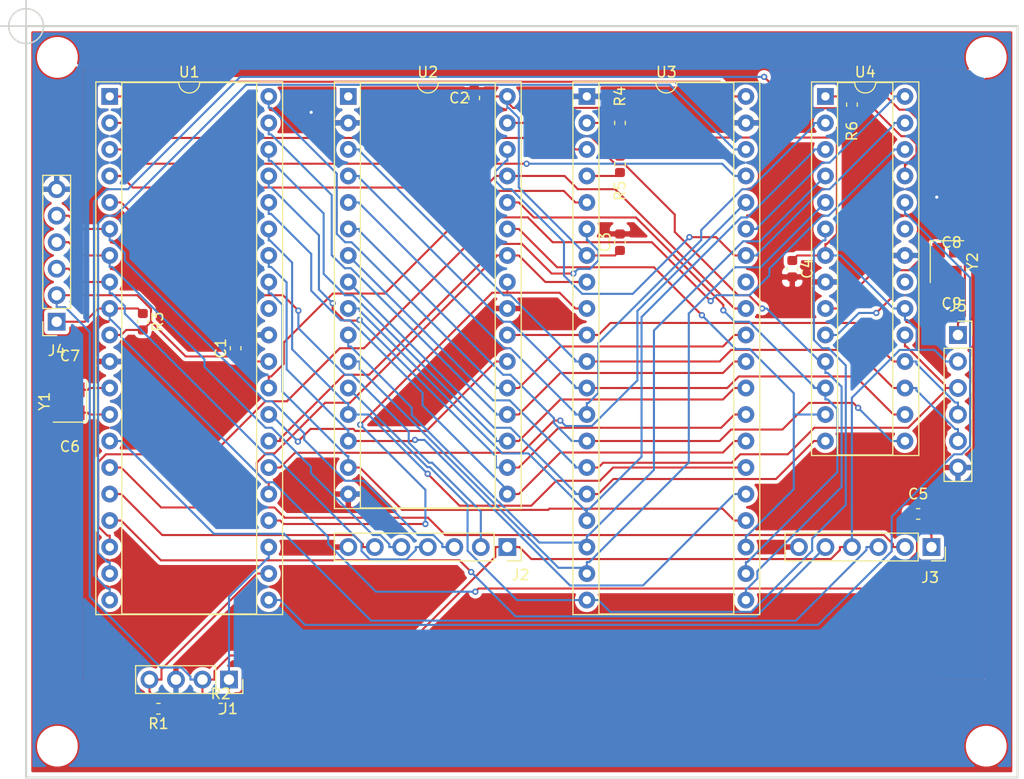
<source format=kicad_pcb>
(kicad_pcb (version 20171130) (host pcbnew 5.1.2+dfsg1-1)
  (layers (0 F.Cu signal hide) (31 B.Cu signal) (34 B.Paste user) (35 F.Paste user) (36 B.SilkS user) (37 F.SilkS user) (38 B.Mask user) (39 F.Mask user) (44 Edge.Cuts user))
  (net 0 "")
  (net 1 GND)
  (net 2 /A13)
  (net 3 VCC)
  (net 4 /A14)
  (net 5 /A15)
  (net 6 /D7)
  (net 7 /D6)
  (net 8 /D5)
  (net 9 /D4)
  (net 10 /A0)
  (net 11 /D3)
  (net 12 /A1)
  (net 13 /D2)
  (net 14 /A2)
  (net 15 /D1)
  (net 16 /A3)
  (net 17 /D0)
  (net 18 /A4)
  (net 19 /A5)
  (net 20 /A6)
  (net 21 /A7)
  (net 22 /A8)
  (net 23 /A9)
  (net 24 /A10)
  (net 25 /A11)
  (net 26 /A12)
  (net 27 "Net-(U1-Pad32)")
  (net 28 "Net-(U4-Pad21)")
  (net 29 /BS)
  (net 30 /BA)
  (net 31 /AVMA)
  (net 32 /LIC)
  (net 33 /SD_DI)
  (net 34 /SD_DO)
  (net 35 /SD_SCK)
  (net 36 /RD_WR)
  (net 37 /DBG_RX)
  (net 38 /DBG_TX)
  (net 39 /CLK_Q)
  (net 40 /CLK_E)
  (net 41 /SD_CD)
  (net 42 /~STEP)
  (net 43 /~SD_CS)
  (net 44 /~INT)
  (net 45 /~ACK)
  (net 46 /~DBG_RTS)
  (net 47 /~IRQ)
  (net 48 /~RESET)
  (net 49 /~HALT)
  (net 50 /~RAM_E)
  (net 51 "Net-(U4-Pad23)")
  (net 52 "Net-(U3-Pad33)")
  (net 53 /SDA)
  (net 54 /SCL)
  (net 55 "Net-(C5-Pad1)")
  (net 56 "Net-(R5-Pad1)")
  (net 57 "Net-(R4-Pad1)")
  (net 58 "Net-(C7-Pad2)")
  (net 59 "Net-(C6-Pad1)")
  (net 60 "Net-(C8-Pad1)")
  (net 61 "Net-(C9-Pad2)")
  (net 62 /~DBG_RST~)
  (net 63 "Net-(J5-Pad1)")
  (module Connector_PinSocket_2.54mm:PinSocket_1x06_P2.54mm_Vertical (layer F.Cu) (at 190.292 99.5992)
    (fp_text reference J5 (at 0 -2.77) (layer F.SilkS))
    (fp_text value Conn_AVR_ISP)
    (pad 6 thru_hole oval (at 0 12.7) (size 1.7 1.7) (drill 1) (layers *.Cu *.Mask) (net 1 GND))
    (pad 5 thru_hole oval (at 0 10.16) (size 1.7 1.7) (drill 1) (layers *.Cu *.Mask) (net 16 /A3))
    (pad 4 thru_hole oval (at 0 7.62) (size 1.7 1.7) (drill 1) (layers *.Cu *.Mask) (net 14 /A2))
    (pad 3 thru_hole oval (at 0 5.08) (size 1.7 1.7) (drill 1) (layers *.Cu *.Mask) (net 21 /A7))
    (pad 2 thru_hole oval (at 0 2.54) (size 1.7 1.7) (drill 1) (layers *.Cu *.Mask) (net 3 VCC))
    (pad 1 thru_hole rect (at 0 0) (size 1.7 1.7) (drill 1) (layers *.Cu *.Mask) (net 63 "Net-(J5-Pad1)"))
  )
  (module Connector_PinSocket_2.54mm:PinSocket_1x06_P2.54mm_Vertical (layer F.Cu) (at 103.932 98.3292 180)
    (fp_text reference J4 (at 0 -2.77) (layer F.SilkS))
    (fp_text value Conn_AVR_ISP)
    (pad 6 thru_hole oval (at 0 12.7 180) (size 1.7 1.7) (drill 1) (layers *.Cu *.Mask) (net 1 GND))
    (pad 5 thru_hole oval (at 0 10.16 180) (size 1.7 1.7) (drill 1) (layers *.Cu *.Mask) (net 33 /SD_DI))
    (pad 4 thru_hole oval (at 0 7.62 180) (size 1.7 1.7) (drill 1) (layers *.Cu *.Mask) (net 34 /SD_DO))
    (pad 3 thru_hole oval (at 0 5.08 180) (size 1.7 1.7) (drill 1) (layers *.Cu *.Mask) (net 35 /SD_SCK))
    (pad 2 thru_hole oval (at 0 2.54 180) (size 1.7 1.7) (drill 1) (layers *.Cu *.Mask) (net 3 VCC))
    (pad 1 thru_hole rect (at 0 0 180) (size 1.7 1.7) (drill 1) (layers *.Cu *.Mask) (net 62 /~DBG_RST~))
  )
  (module Capacitor_SMD:C_0402_1005Metric (layer F.Cu) (at 105.202 109.124 180)
    (fp_text reference C6 (at 0 -1.17 180) (layer F.SilkS))
    (fp_text value 22p)
    (pad 2 smd roundrect (at 0.485 0 180) (size 0.59 0.64) (layers F.Cu F.Paste F.Mask) (net 1 GND))
    (pad 1 smd roundrect (at -0.485 0 180) (size 0.59 0.64) (layers F.Cu F.Paste F.Mask) (net 59 "Net-(C6-Pad1)"))
  )
  (module Capacitor_SMD:C_0402_1005Metric (layer F.Cu) (at 105.202 102.774)
    (fp_text reference C7 (at 0 -1.17) (layer F.SilkS))
    (fp_text value 22p)
    (pad 1 smd roundrect (at -0.485 0) (size 0.59 0.64) (layers F.Cu F.Paste F.Mask) (net 1 GND))
    (pad 2 smd roundrect (at 0.485 0) (size 0.59 0.64) (layers F.Cu F.Paste F.Mask) (net 58 "Net-(C7-Pad2)"))
  )
  (module Capacitor_SMD:C_0402_1005Metric (layer F.Cu) (at 189.68 89.5662 180)
    (fp_text reference C8 (at 0 -1.17) (layer F.SilkS))
    (fp_text value 22p)
    (pad 2 smd roundrect (at 0.485 0 180) (size 0.59 0.64) (layers F.Cu F.Paste F.Mask) (net 1 GND))
    (pad 1 smd roundrect (at -0.485 0 180) (size 0.59 0.64) (layers F.Cu F.Paste F.Mask) (net 60 "Net-(C8-Pad1)"))
  )
  (module Capacitor_SMD:C_0402_1005Metric (layer F.Cu) (at 189.68 95.4082 180)
    (fp_text reference C9 (at 0 -1.17 180) (layer F.SilkS))
    (fp_text value 22p)
    (pad 1 smd roundrect (at -0.485 0 180) (size 0.59 0.64) (layers F.Cu F.Paste F.Mask) (net 1 GND))
    (pad 2 smd roundrect (at 0.485 0 180) (size 0.59 0.64) (layers F.Cu F.Paste F.Mask) (net 61 "Net-(C9-Pad2)"))
  )
  (module Capacitor_SMD:C_0603_1608Metric (layer F.Cu) (at 121.077 100.869 90)
    (fp_text reference C1 (at 0 -1.43 90) (layer F.SilkS))
    (fp_text value 0.1u)
    (pad 1 smd roundrect (at -0.7875 0 90) (size 0.875 0.95) (layers F.Cu F.Paste F.Mask) (net 3 VCC))
    (pad 2 smd roundrect (at 0.7875 0 90) (size 0.875 0.95) (layers F.Cu F.Paste F.Mask) (net 1 GND))
  )
  (module Capacitor_SMD:C_0603_1608Metric (layer F.Cu) (at 143.937 76.8917 90)
    (fp_text reference C2 (at 0 -1.43 180) (layer F.SilkS))
    (fp_text value 0.1u)
    (pad 2 smd roundrect (at 0.7875 0 90) (size 0.875 0.95) (layers F.Cu F.Paste F.Mask) (net 1 GND))
    (pad 1 smd roundrect (at -0.7875 0 90) (size 0.875 0.95) (layers F.Cu F.Paste F.Mask) (net 3 VCC))
  )
  (module Capacitor_SMD:C_0603_1608Metric (layer F.Cu) (at 157.907 90.7092 90)
    (fp_text reference C3 (at 0 -1.43 90) (layer F.SilkS))
    (fp_text value 0.1u)
    (pad 1 smd roundrect (at -0.7875 0 90) (size 0.875 0.95) (layers F.Cu F.Paste F.Mask) (net 3 VCC))
    (pad 2 smd roundrect (at 0.7875 0 90) (size 0.875 0.95) (layers F.Cu F.Paste F.Mask) (net 1 GND))
  )
  (module Capacitor_SMD:C_0603_1608Metric (layer F.Cu) (at 174.417 93.2492 270)
    (fp_text reference C4 (at 0 -1.43 270) (layer F.SilkS))
    (fp_text value 0.1u)
    (pad 2 smd roundrect (at 0.7875 0 270) (size 0.875 0.95) (layers F.Cu F.Paste F.Mask) (net 1 GND))
    (pad 1 smd roundrect (at -0.7875 0 270) (size 0.875 0.95) (layers F.Cu F.Paste F.Mask) (net 3 VCC))
  )
  (module Capacitor_SMD:C_0603_1608Metric (layer F.Cu) (at 186.482 116.744 180)
    (fp_text reference C5 (at 0 1.905 180) (layer F.SilkS))
    (fp_text value 0.1u)
    (pad 1 smd roundrect (at -0.7875 0 180) (size 0.875 0.95) (layers F.Cu F.Paste F.Mask) (net 55 "Net-(C5-Pad1)"))
    (pad 2 smd roundrect (at 0.7875 0 180) (size 0.875 0.95) (layers F.Cu F.Paste F.Mask) (net 62 /~DBG_RST~))
  )
  (module Crystal:Crystal_SMD_SeikoEpson_FA238-4Pin_3.2x2.5mm (layer F.Cu) (at 105.202 105.949 90)
    (fp_text reference Y1 (at 0 -2.45 90) (layer F.SilkS))
    (fp_text value 20MHz)
    (pad 4 smd rect (at -1.1 -0.8 90) (size 1.4 1.2) (layers F.Cu F.Paste F.Mask))
    (pad 3 smd rect (at 1.1 -0.8 90) (size 1.4 1.2) (layers F.Cu F.Paste F.Mask))
    (pad 2 smd rect (at 1.1 0.8 90) (size 1.4 1.2) (layers F.Cu F.Paste F.Mask) (net 58 "Net-(C7-Pad2)"))
    (pad 1 smd rect (at -1.1 0.8 90) (size 1.4 1.2) (layers F.Cu F.Paste F.Mask) (net 59 "Net-(C6-Pad1)"))
  )
  (module Crystal:Crystal_SMD_SeikoEpson_FA238-4Pin_3.2x2.5mm (layer F.Cu) (at 189.238 92.5712 270)
    (fp_text reference Y2 (at 0 -2.45 270) (layer F.SilkS))
    (fp_text value 20MHz)
    (pad 1 smd rect (at -1.1 0.8 270) (size 1.4 1.2) (layers F.Cu F.Paste F.Mask) (net 60 "Net-(C8-Pad1)"))
    (pad 2 smd rect (at 1.1 0.8 270) (size 1.4 1.2) (layers F.Cu F.Paste F.Mask) (net 61 "Net-(C9-Pad2)"))
    (pad 3 smd rect (at 1.1 -0.8 270) (size 1.4 1.2) (layers F.Cu F.Paste F.Mask))
    (pad 4 smd rect (at -1.1 -0.8 270) (size 1.4 1.2) (layers F.Cu F.Paste F.Mask))
  )
  (module Resistor_SMD:R_0603_1608Metric (layer F.Cu) (at 180.132 77.5267 90)
    (fp_text reference R6 (at -2.54 0 270) (layer F.SilkS))
    (fp_text value 10k)
    (pad 2 smd roundrect (at 0.7875 0 90) (size 0.875 0.95) (layers F.Cu F.Paste F.Mask) (net 63 "Net-(J5-Pad1)"))
    (pad 1 smd roundrect (at -0.7875 0 90) (size 0.875 0.95) (layers F.Cu F.Paste F.Mask) (net 3 VCC))
  )
  (module Resistor_SMD:R_0603_1608Metric (layer F.Cu) (at 157.907 79.2792 90)
    (fp_text reference R4 (at 2.54 0 90) (layer F.SilkS))
    (fp_text value 10k)
    (pad 1 smd roundrect (at -0.7875 0 90) (size 0.875 0.95) (layers F.Cu F.Paste F.Mask) (net 57 "Net-(R4-Pad1)"))
    (pad 2 smd roundrect (at 0.7875 0 90) (size 0.875 0.95) (layers F.Cu F.Paste F.Mask) (net 3 VCC))
  )
  (module Resistor_SMD:R_0603_1608Metric (layer F.Cu) (at 112.187 98.3292 270)
    (fp_text reference R3 (at 0 -1.43 90) (layer F.SilkS))
    (fp_text value 10k)
    (pad 2 smd roundrect (at 0.7875 0 270) (size 0.875 0.95) (layers F.Cu F.Paste F.Mask) (net 3 VCC))
    (pad 1 smd roundrect (at -0.7875 0 270) (size 0.875 0.95) (layers F.Cu F.Paste F.Mask) (net 62 /~DBG_RST~))
  )
  (module Resistor_SMD:R_0603_1608Metric (layer F.Cu) (at 119.654 135.413)
    (fp_text reference R2 (at 0 -1.43) (layer F.SilkS))
    (fp_text value 4k7)
    (pad 1 smd roundrect (at -0.7875 0) (size 0.875 0.95) (layers F.Cu F.Paste F.Mask) (net 3 VCC))
    (pad 2 smd roundrect (at 0.7875 0) (size 0.875 0.95) (layers F.Cu F.Paste F.Mask) (net 53 /SDA))
  )
  (module Resistor_SMD:R_0603_1608Metric (layer F.Cu) (at 113.686 135.413 180)
    (fp_text reference R1 (at 0 -1.43) (layer F.SilkS))
    (fp_text value 4k7)
    (pad 2 smd roundrect (at 0.7875 0 180) (size 0.875 0.95) (layers F.Cu F.Paste F.Mask) (net 54 /SCL))
    (pad 1 smd roundrect (at -0.7875 0 180) (size 0.875 0.95) (layers F.Cu F.Paste F.Mask) (net 3 VCC))
  )
  (module Resistor_SMD:R_0603_1608Metric (layer F.Cu) (at 157.907 83.2417 90)
    (fp_text reference R5 (at -2.54 0 90) (layer F.SilkS))
    (fp_text value 10k)
    (pad 1 smd roundrect (at -0.7875 0 90) (size 0.875 0.95) (layers F.Cu F.Paste F.Mask) (net 56 "Net-(R5-Pad1)"))
    (pad 2 smd roundrect (at 0.7875 0 90) (size 0.875 0.95) (layers F.Cu F.Paste F.Mask) (net 3 VCC))
  )
  (module Package_DIP:DIP-40_W15.24mm_Socket (layer F.Cu) (at 109.012 76.7392)
    (fp_text reference U1 (at 7.62 -2.33) (layer F.SilkS))
    (fp_text value ATmega1284P-PU)
    (pad 1 thru_hole rect (at 0 0) (size 1.6 1.6) (drill 0.8) (layers *.Cu *.Mask) (net 49 /~HALT))
    (pad 21 thru_hole oval (at 15.24 48.26) (size 1.6 1.6) (drill 0.8) (layers *.Cu *.Mask) (net 42 /~STEP))
    (pad 2 thru_hole oval (at 0 2.54) (size 1.6 1.6) (drill 0.8) (layers *.Cu *.Mask) (net 47 /~IRQ))
    (pad 22 thru_hole oval (at 15.24 45.72) (size 1.6 1.6) (drill 0.8) (layers *.Cu *.Mask) (net 54 /SCL))
    (pad 3 thru_hole oval (at 0 5.08) (size 1.6 1.6) (drill 0.8) (layers *.Cu *.Mask) (net 48 /~RESET))
    (pad 23 thru_hole oval (at 15.24 43.18) (size 1.6 1.6) (drill 0.8) (layers *.Cu *.Mask) (net 53 /SDA))
    (pad 4 thru_hole oval (at 0 7.62) (size 1.6 1.6) (drill 0.8) (layers *.Cu *.Mask) (net 36 /RD_WR))
    (pad 24 thru_hole oval (at 15.24 40.64) (size 1.6 1.6) (drill 0.8) (layers *.Cu *.Mask) (net 12 /A1))
    (pad 5 thru_hole oval (at 0 10.16) (size 1.6 1.6) (drill 0.8) (layers *.Cu *.Mask) (net 43 /~SD_CS))
    (pad 25 thru_hole oval (at 15.24 38.1) (size 1.6 1.6) (drill 0.8) (layers *.Cu *.Mask) (net 10 /A0))
    (pad 6 thru_hole oval (at 0 12.7) (size 1.6 1.6) (drill 0.8) (layers *.Cu *.Mask) (net 33 /SD_DI))
    (pad 26 thru_hole oval (at 15.24 35.56) (size 1.6 1.6) (drill 0.8) (layers *.Cu *.Mask) (net 31 /AVMA))
    (pad 7 thru_hole oval (at 0 15.24) (size 1.6 1.6) (drill 0.8) (layers *.Cu *.Mask) (net 34 /SD_DO))
    (pad 27 thru_hole oval (at 15.24 33.02) (size 1.6 1.6) (drill 0.8) (layers *.Cu *.Mask) (net 30 /BA))
    (pad 8 thru_hole oval (at 0 17.78) (size 1.6 1.6) (drill 0.8) (layers *.Cu *.Mask) (net 35 /SD_SCK))
    (pad 28 thru_hole oval (at 15.24 30.48) (size 1.6 1.6) (drill 0.8) (layers *.Cu *.Mask) (net 50 /~RAM_E))
    (pad 9 thru_hole oval (at 0 20.32) (size 1.6 1.6) (drill 0.8) (layers *.Cu *.Mask) (net 62 /~DBG_RST~))
    (pad 29 thru_hole oval (at 15.24 27.94) (size 1.6 1.6) (drill 0.8) (layers *.Cu *.Mask) (net 29 /BS))
    (pad 10 thru_hole oval (at 0 22.86) (size 1.6 1.6) (drill 0.8) (layers *.Cu *.Mask) (net 3 VCC))
    (pad 30 thru_hole oval (at 15.24 25.4) (size 1.6 1.6) (drill 0.8) (layers *.Cu *.Mask) (net 3 VCC))
    (pad 11 thru_hole oval (at 0 25.4) (size 1.6 1.6) (drill 0.8) (layers *.Cu *.Mask) (net 1 GND))
    (pad 31 thru_hole oval (at 15.24 22.86) (size 1.6 1.6) (drill 0.8) (layers *.Cu *.Mask) (net 1 GND))
    (pad 12 thru_hole oval (at 0 27.94) (size 1.6 1.6) (drill 0.8) (layers *.Cu *.Mask) (net 58 "Net-(C7-Pad2)"))
    (pad 32 thru_hole oval (at 15.24 20.32) (size 1.6 1.6) (drill 0.8) (layers *.Cu *.Mask) (net 27 "Net-(U1-Pad32)"))
    (pad 13 thru_hole oval (at 0 30.48) (size 1.6 1.6) (drill 0.8) (layers *.Cu *.Mask) (net 59 "Net-(C6-Pad1)"))
    (pad 33 thru_hole oval (at 15.24 17.78) (size 1.6 1.6) (drill 0.8) (layers *.Cu *.Mask) (net 6 /D7))
    (pad 14 thru_hole oval (at 0 33.02) (size 1.6 1.6) (drill 0.8) (layers *.Cu *.Mask) (net 37 /DBG_RX))
    (pad 34 thru_hole oval (at 15.24 15.24) (size 1.6 1.6) (drill 0.8) (layers *.Cu *.Mask) (net 7 /D6))
    (pad 15 thru_hole oval (at 0 35.56) (size 1.6 1.6) (drill 0.8) (layers *.Cu *.Mask) (net 38 /DBG_TX))
    (pad 35 thru_hole oval (at 15.24 12.7) (size 1.6 1.6) (drill 0.8) (layers *.Cu *.Mask) (net 8 /D5))
    (pad 16 thru_hole oval (at 0 38.1) (size 1.6 1.6) (drill 0.8) (layers *.Cu *.Mask) (net 41 /SD_CD))
    (pad 36 thru_hole oval (at 15.24 10.16) (size 1.6 1.6) (drill 0.8) (layers *.Cu *.Mask) (net 9 /D4))
    (pad 17 thru_hole oval (at 0 40.64) (size 1.6 1.6) (drill 0.8) (layers *.Cu *.Mask) (net 46 /~DBG_RTS))
    (pad 37 thru_hole oval (at 15.24 7.62) (size 1.6 1.6) (drill 0.8) (layers *.Cu *.Mask) (net 11 /D3))
    (pad 18 thru_hole oval (at 0 43.18) (size 1.6 1.6) (drill 0.8) (layers *.Cu *.Mask) (net 44 /~INT))
    (pad 38 thru_hole oval (at 15.24 5.08) (size 1.6 1.6) (drill 0.8) (layers *.Cu *.Mask) (net 13 /D2))
    (pad 19 thru_hole oval (at 0 45.72) (size 1.6 1.6) (drill 0.8) (layers *.Cu *.Mask) (net 32 /LIC))
    (pad 39 thru_hole oval (at 15.24 2.54) (size 1.6 1.6) (drill 0.8) (layers *.Cu *.Mask) (net 15 /D1))
    (pad 20 thru_hole oval (at 0 48.26) (size 1.6 1.6) (drill 0.8) (layers *.Cu *.Mask) (net 45 /~ACK))
    (pad 40 thru_hole oval (at 15.24 0) (size 1.6 1.6) (drill 0.8) (layers *.Cu *.Mask) (net 17 /D0))
  )
  (module Connector_PinSocket_2.54mm:PinSocket_1x04_P2.54mm_Vertical (layer F.Cu) (at 120.442 132.619 270)
    (fp_text reference J1 (at 2.794 0) (layer F.SilkS))
    (fp_text value Conn_I2C_Master)
    (pad 1 thru_hole rect (at 0 0 270) (size 1.7 1.7) (drill 1) (layers *.Cu *.Mask) (net 53 /SDA))
    (pad 2 thru_hole oval (at 0 2.54 270) (size 1.7 1.7) (drill 1) (layers *.Cu *.Mask) (net 3 VCC))
    (pad 3 thru_hole oval (at 0 5.08 270) (size 1.7 1.7) (drill 1) (layers *.Cu *.Mask) (net 1 GND))
    (pad 4 thru_hole oval (at 0 7.62 270) (size 1.7 1.7) (drill 1) (layers *.Cu *.Mask) (net 54 /SCL))
  )
  (module Package_DIP:DIP-32_W15.24mm_Socket (layer F.Cu) (at 131.872 76.7392)
    (fp_text reference U2 (at 7.62 -2.33) (layer F.SilkS))
    (fp_text value HM628128DLP-5)
    (pad 1 thru_hole rect (at 0 0) (size 1.6 1.6) (drill 0.8) (layers *.Cu *.Mask))
    (pad 17 thru_hole oval (at 15.24 38.1) (size 1.6 1.6) (drill 0.8) (layers *.Cu *.Mask) (net 9 /D4))
    (pad 2 thru_hole oval (at 0 2.54) (size 1.6 1.6) (drill 0.8) (layers *.Cu *.Mask) (net 1 GND))
    (pad 18 thru_hole oval (at 15.24 35.56) (size 1.6 1.6) (drill 0.8) (layers *.Cu *.Mask) (net 11 /D3))
    (pad 3 thru_hole oval (at 0 5.08) (size 1.6 1.6) (drill 0.8) (layers *.Cu *.Mask) (net 16 /A3))
    (pad 19 thru_hole oval (at 15.24 33.02) (size 1.6 1.6) (drill 0.8) (layers *.Cu *.Mask) (net 13 /D2))
    (pad 4 thru_hole oval (at 0 7.62) (size 1.6 1.6) (drill 0.8) (layers *.Cu *.Mask) (net 18 /A4))
    (pad 20 thru_hole oval (at 15.24 30.48) (size 1.6 1.6) (drill 0.8) (layers *.Cu *.Mask) (net 15 /D1))
    (pad 5 thru_hole oval (at 0 10.16) (size 1.6 1.6) (drill 0.8) (layers *.Cu *.Mask) (net 19 /A5))
    (pad 21 thru_hole oval (at 15.24 27.94) (size 1.6 1.6) (drill 0.8) (layers *.Cu *.Mask) (net 17 /D0))
    (pad 6 thru_hole oval (at 0 12.7) (size 1.6 1.6) (drill 0.8) (layers *.Cu *.Mask) (net 20 /A6))
    (pad 22 thru_hole oval (at 15.24 25.4) (size 1.6 1.6) (drill 0.8) (layers *.Cu *.Mask) (net 50 /~RAM_E))
    (pad 7 thru_hole oval (at 0 15.24) (size 1.6 1.6) (drill 0.8) (layers *.Cu *.Mask) (net 21 /A7))
    (pad 23 thru_hole oval (at 15.24 22.86) (size 1.6 1.6) (drill 0.8) (layers *.Cu *.Mask) (net 14 /A2))
    (pad 8 thru_hole oval (at 0 17.78) (size 1.6 1.6) (drill 0.8) (layers *.Cu *.Mask) (net 22 /A8))
    (pad 24 thru_hole oval (at 15.24 20.32) (size 1.6 1.6) (drill 0.8) (layers *.Cu *.Mask) (net 1 GND))
    (pad 9 thru_hole oval (at 0 20.32) (size 1.6 1.6) (drill 0.8) (layers *.Cu *.Mask) (net 23 /A9))
    (pad 25 thru_hole oval (at 15.24 17.78) (size 1.6 1.6) (drill 0.8) (layers *.Cu *.Mask) (net 12 /A1))
    (pad 10 thru_hole oval (at 0 22.86) (size 1.6 1.6) (drill 0.8) (layers *.Cu *.Mask) (net 24 /A10))
    (pad 26 thru_hole oval (at 15.24 15.24) (size 1.6 1.6) (drill 0.8) (layers *.Cu *.Mask) (net 10 /A0))
    (pad 11 thru_hole oval (at 0 25.4) (size 1.6 1.6) (drill 0.8) (layers *.Cu *.Mask) (net 25 /A11))
    (pad 27 thru_hole oval (at 15.24 12.7) (size 1.6 1.6) (drill 0.8) (layers *.Cu *.Mask) (net 5 /A15))
    (pad 12 thru_hole oval (at 0 27.94) (size 1.6 1.6) (drill 0.8) (layers *.Cu *.Mask) (net 26 /A12))
    (pad 28 thru_hole oval (at 15.24 10.16) (size 1.6 1.6) (drill 0.8) (layers *.Cu *.Mask) (net 4 /A14))
    (pad 13 thru_hole oval (at 0 30.48) (size 1.6 1.6) (drill 0.8) (layers *.Cu *.Mask) (net 8 /D5))
    (pad 29 thru_hole oval (at 15.24 7.62) (size 1.6 1.6) (drill 0.8) (layers *.Cu *.Mask) (net 36 /RD_WR))
    (pad 14 thru_hole oval (at 0 33.02) (size 1.6 1.6) (drill 0.8) (layers *.Cu *.Mask) (net 7 /D6))
    (pad 30 thru_hole oval (at 15.24 5.08) (size 1.6 1.6) (drill 0.8) (layers *.Cu *.Mask) (net 40 /CLK_E))
    (pad 15 thru_hole oval (at 0 35.56) (size 1.6 1.6) (drill 0.8) (layers *.Cu *.Mask) (net 6 /D7))
    (pad 31 thru_hole oval (at 15.24 2.54) (size 1.6 1.6) (drill 0.8) (layers *.Cu *.Mask) (net 2 /A13))
    (pad 16 thru_hole oval (at 0 38.1) (size 1.6 1.6) (drill 0.8) (layers *.Cu *.Mask) (net 1 GND))
    (pad 32 thru_hole oval (at 15.24 0) (size 1.6 1.6) (drill 0.8) (layers *.Cu *.Mask) (net 3 VCC))
  )
  (module Package_DIP:DIP-28_W7.62mm_Socket (layer F.Cu) (at 177.592 76.7392)
    (fp_text reference U4 (at 3.81 -2.33) (layer F.SilkS))
    (fp_text value ATmega328-PU)
    (pad 1 thru_hole rect (at 0 0) (size 1.6 1.6) (drill 0.8) (layers *.Cu *.Mask) (net 63 "Net-(J5-Pad1)"))
    (pad 15 thru_hole oval (at 7.62 33.02) (size 1.6 1.6) (drill 0.8) (layers *.Cu *.Mask) (net 20 /A6))
    (pad 2 thru_hole oval (at 0 2.54) (size 1.6 1.6) (drill 0.8) (layers *.Cu *.Mask) (net 19 /A5))
    (pad 16 thru_hole oval (at 7.62 30.48) (size 1.6 1.6) (drill 0.8) (layers *.Cu *.Mask) (net 18 /A4))
    (pad 3 thru_hole oval (at 0 5.08) (size 1.6 1.6) (drill 0.8) (layers *.Cu *.Mask) (net 23 /A9))
    (pad 17 thru_hole oval (at 7.62 27.94) (size 1.6 1.6) (drill 0.8) (layers *.Cu *.Mask) (net 16 /A3))
    (pad 4 thru_hole oval (at 0 7.62) (size 1.6 1.6) (drill 0.8) (layers *.Cu *.Mask) (net 24 /A10))
    (pad 18 thru_hole oval (at 7.62 25.4) (size 1.6 1.6) (drill 0.8) (layers *.Cu *.Mask) (net 14 /A2))
    (pad 5 thru_hole oval (at 0 10.16) (size 1.6 1.6) (drill 0.8) (layers *.Cu *.Mask) (net 25 /A11))
    (pad 19 thru_hole oval (at 7.62 22.86) (size 1.6 1.6) (drill 0.8) (layers *.Cu *.Mask) (net 21 /A7))
    (pad 6 thru_hole oval (at 0 12.7) (size 1.6 1.6) (drill 0.8) (layers *.Cu *.Mask) (net 26 /A12))
    (pad 20 thru_hole oval (at 7.62 20.32) (size 1.6 1.6) (drill 0.8) (layers *.Cu *.Mask) (net 3 VCC))
    (pad 7 thru_hole oval (at 0 15.24) (size 1.6 1.6) (drill 0.8) (layers *.Cu *.Mask) (net 3 VCC))
    (pad 21 thru_hole oval (at 7.62 17.78) (size 1.6 1.6) (drill 0.8) (layers *.Cu *.Mask) (net 28 "Net-(U4-Pad21)"))
    (pad 8 thru_hole oval (at 0 17.78) (size 1.6 1.6) (drill 0.8) (layers *.Cu *.Mask) (net 1 GND))
    (pad 22 thru_hole oval (at 7.62 15.24) (size 1.6 1.6) (drill 0.8) (layers *.Cu *.Mask) (net 1 GND))
    (pad 9 thru_hole oval (at 0 20.32) (size 1.6 1.6) (drill 0.8) (layers *.Cu *.Mask) (net 60 "Net-(C8-Pad1)"))
    (pad 23 thru_hole oval (at 7.62 12.7) (size 1.6 1.6) (drill 0.8) (layers *.Cu *.Mask) (net 51 "Net-(U4-Pad23)"))
    (pad 10 thru_hole oval (at 0 22.86) (size 1.6 1.6) (drill 0.8) (layers *.Cu *.Mask) (net 61 "Net-(C9-Pad2)"))
    (pad 24 thru_hole oval (at 7.62 10.16) (size 1.6 1.6) (drill 0.8) (layers *.Cu *.Mask) (net 42 /~STEP))
    (pad 11 thru_hole oval (at 0 25.4) (size 1.6 1.6) (drill 0.8) (layers *.Cu *.Mask) (net 2 /A13))
    (pad 25 thru_hole oval (at 7.62 7.62) (size 1.6 1.6) (drill 0.8) (layers *.Cu *.Mask) (net 45 /~ACK))
    (pad 12 thru_hole oval (at 0 27.94) (size 1.6 1.6) (drill 0.8) (layers *.Cu *.Mask) (net 4 /A14))
    (pad 26 thru_hole oval (at 7.62 5.08) (size 1.6 1.6) (drill 0.8) (layers *.Cu *.Mask) (net 44 /~INT))
    (pad 13 thru_hole oval (at 0 30.48) (size 1.6 1.6) (drill 0.8) (layers *.Cu *.Mask) (net 5 /A15))
    (pad 27 thru_hole oval (at 7.62 2.54) (size 1.6 1.6) (drill 0.8) (layers *.Cu *.Mask) (net 40 /CLK_E))
    (pad 14 thru_hole oval (at 0 33.02) (size 1.6 1.6) (drill 0.8) (layers *.Cu *.Mask) (net 22 /A8))
    (pad 28 thru_hole oval (at 7.62 0) (size 1.6 1.6) (drill 0.8) (layers *.Cu *.Mask) (net 39 /CLK_Q))
  )
  (module Package_DIP:DIP-40_W15.24mm_Socket (layer F.Cu) (at 154.732 76.7392)
    (fp_text reference U3 (at 7.62 -2.33) (layer F.SilkS))
    (fp_text value HD63C09E)
    (pad 40 thru_hole oval (at 15.24 0) (size 1.6 1.6) (drill 0.8) (layers *.Cu *.Mask) (net 49 /~HALT))
    (pad 20 thru_hole oval (at 0 48.26) (size 1.6 1.6) (drill 0.8) (layers *.Cu *.Mask) (net 26 /A12))
    (pad 39 thru_hole oval (at 15.24 2.54) (size 1.6 1.6) (drill 0.8) (layers *.Cu *.Mask) (net 1 GND))
    (pad 19 thru_hole oval (at 0 45.72) (size 1.6 1.6) (drill 0.8) (layers *.Cu *.Mask) (net 25 /A11))
    (pad 38 thru_hole oval (at 15.24 5.08) (size 1.6 1.6) (drill 0.8) (layers *.Cu *.Mask) (net 32 /LIC))
    (pad 18 thru_hole oval (at 0 43.18) (size 1.6 1.6) (drill 0.8) (layers *.Cu *.Mask) (net 24 /A10))
    (pad 37 thru_hole oval (at 15.24 7.62) (size 1.6 1.6) (drill 0.8) (layers *.Cu *.Mask) (net 48 /~RESET))
    (pad 17 thru_hole oval (at 0 40.64) (size 1.6 1.6) (drill 0.8) (layers *.Cu *.Mask) (net 23 /A9))
    (pad 36 thru_hole oval (at 15.24 10.16) (size 1.6 1.6) (drill 0.8) (layers *.Cu *.Mask) (net 31 /AVMA))
    (pad 16 thru_hole oval (at 0 38.1) (size 1.6 1.6) (drill 0.8) (layers *.Cu *.Mask) (net 22 /A8))
    (pad 35 thru_hole oval (at 15.24 12.7) (size 1.6 1.6) (drill 0.8) (layers *.Cu *.Mask) (net 39 /CLK_Q))
    (pad 15 thru_hole oval (at 0 35.56) (size 1.6 1.6) (drill 0.8) (layers *.Cu *.Mask) (net 21 /A7))
    (pad 34 thru_hole oval (at 15.24 15.24) (size 1.6 1.6) (drill 0.8) (layers *.Cu *.Mask) (net 40 /CLK_E))
    (pad 14 thru_hole oval (at 0 33.02) (size 1.6 1.6) (drill 0.8) (layers *.Cu *.Mask) (net 20 /A6))
    (pad 33 thru_hole oval (at 15.24 17.78) (size 1.6 1.6) (drill 0.8) (layers *.Cu *.Mask) (net 52 "Net-(U3-Pad33)"))
    (pad 13 thru_hole oval (at 0 30.48) (size 1.6 1.6) (drill 0.8) (layers *.Cu *.Mask) (net 19 /A5))
    (pad 32 thru_hole oval (at 15.24 20.32) (size 1.6 1.6) (drill 0.8) (layers *.Cu *.Mask) (net 36 /RD_WR))
    (pad 12 thru_hole oval (at 0 27.94) (size 1.6 1.6) (drill 0.8) (layers *.Cu *.Mask) (net 18 /A4))
    (pad 31 thru_hole oval (at 15.24 22.86) (size 1.6 1.6) (drill 0.8) (layers *.Cu *.Mask) (net 17 /D0))
    (pad 11 thru_hole oval (at 0 25.4) (size 1.6 1.6) (drill 0.8) (layers *.Cu *.Mask) (net 16 /A3))
    (pad 30 thru_hole oval (at 15.24 25.4) (size 1.6 1.6) (drill 0.8) (layers *.Cu *.Mask) (net 15 /D1))
    (pad 10 thru_hole oval (at 0 22.86) (size 1.6 1.6) (drill 0.8) (layers *.Cu *.Mask) (net 14 /A2))
    (pad 29 thru_hole oval (at 15.24 27.94) (size 1.6 1.6) (drill 0.8) (layers *.Cu *.Mask) (net 13 /D2))
    (pad 9 thru_hole oval (at 0 20.32) (size 1.6 1.6) (drill 0.8) (layers *.Cu *.Mask) (net 12 /A1))
    (pad 28 thru_hole oval (at 15.24 30.48) (size 1.6 1.6) (drill 0.8) (layers *.Cu *.Mask) (net 11 /D3))
    (pad 8 thru_hole oval (at 0 17.78) (size 1.6 1.6) (drill 0.8) (layers *.Cu *.Mask) (net 10 /A0))
    (pad 27 thru_hole oval (at 15.24 33.02) (size 1.6 1.6) (drill 0.8) (layers *.Cu *.Mask) (net 9 /D4))
    (pad 7 thru_hole oval (at 0 15.24) (size 1.6 1.6) (drill 0.8) (layers *.Cu *.Mask) (net 3 VCC))
    (pad 26 thru_hole oval (at 15.24 35.56) (size 1.6 1.6) (drill 0.8) (layers *.Cu *.Mask) (net 8 /D5))
    (pad 6 thru_hole oval (at 0 12.7) (size 1.6 1.6) (drill 0.8) (layers *.Cu *.Mask) (net 30 /BA))
    (pad 25 thru_hole oval (at 15.24 38.1) (size 1.6 1.6) (drill 0.8) (layers *.Cu *.Mask) (net 7 /D6))
    (pad 5 thru_hole oval (at 0 10.16) (size 1.6 1.6) (drill 0.8) (layers *.Cu *.Mask) (net 29 /BS))
    (pad 24 thru_hole oval (at 15.24 40.64) (size 1.6 1.6) (drill 0.8) (layers *.Cu *.Mask) (net 6 /D7))
    (pad 4 thru_hole oval (at 0 7.62) (size 1.6 1.6) (drill 0.8) (layers *.Cu *.Mask) (net 56 "Net-(R5-Pad1)"))
    (pad 23 thru_hole oval (at 15.24 43.18) (size 1.6 1.6) (drill 0.8) (layers *.Cu *.Mask) (net 5 /A15))
    (pad 3 thru_hole oval (at 0 5.08) (size 1.6 1.6) (drill 0.8) (layers *.Cu *.Mask) (net 47 /~IRQ))
    (pad 22 thru_hole oval (at 15.24 45.72) (size 1.6 1.6) (drill 0.8) (layers *.Cu *.Mask) (net 4 /A14))
    (pad 2 thru_hole oval (at 0 2.54) (size 1.6 1.6) (drill 0.8) (layers *.Cu *.Mask) (net 57 "Net-(R4-Pad1)"))
    (pad 21 thru_hole oval (at 15.24 48.26) (size 1.6 1.6) (drill 0.8) (layers *.Cu *.Mask) (net 2 /A13))
    (pad 1 thru_hole rect (at 0 0) (size 1.6 1.6) (drill 0.8) (layers *.Cu *.Mask) (net 1 GND))
  )
  (module Connector_PinSocket_2.54mm:PinSocket_1x06_P2.54mm_Vertical (layer F.Cu) (at 187.752 119.919 270)
    (fp_text reference J3 (at 2.921 0.127) (layer F.SilkS))
    (fp_text value Conn_USB_Serial)
    (pad 1 thru_hole rect (at 0 0 270) (size 1.7 1.7) (drill 1) (layers *.Cu *.Mask) (net 55 "Net-(C5-Pad1)"))
    (pad 2 thru_hole oval (at 0 2.54 270) (size 1.7 1.7) (drill 1) (layers *.Cu *.Mask) (net 38 /DBG_TX))
    (pad 3 thru_hole oval (at 0 5.08 270) (size 1.7 1.7) (drill 1) (layers *.Cu *.Mask) (net 37 /DBG_RX))
    (pad 4 thru_hole oval (at 0 7.62 270) (size 1.7 1.7) (drill 1) (layers *.Cu *.Mask) (net 3 VCC))
    (pad 5 thru_hole oval (at 0 10.16 270) (size 1.7 1.7) (drill 1) (layers *.Cu *.Mask) (net 46 /~DBG_RTS))
    (pad 6 thru_hole oval (at 0 12.7 270) (size 1.7 1.7) (drill 1) (layers *.Cu *.Mask) (net 1 GND))
  )
  (module Connector_PinSocket_2.54mm:PinSocket_1x07_P2.54mm_Vertical (layer F.Cu) (at 147.112 119.919 270)
    (fp_text reference J2 (at 2.667 -1.27) (layer F.SilkS))
    (fp_text value Conn_Micro_SD)
    (pad 1 thru_hole rect (at 0 0 270) (size 1.7 1.7) (drill 1) (layers *.Cu *.Mask) (net 3 VCC))
    (pad 2 thru_hole oval (at 0 2.54 270) (size 1.7 1.7) (drill 1) (layers *.Cu *.Mask) (net 43 /~SD_CS))
    (pad 3 thru_hole oval (at 0 5.08 270) (size 1.7 1.7) (drill 1) (layers *.Cu *.Mask) (net 33 /SD_DI))
    (pad 4 thru_hole oval (at 0 7.62 270) (size 1.7 1.7) (drill 1) (layers *.Cu *.Mask) (net 35 /SD_SCK))
    (pad 5 thru_hole oval (at 0 10.16 270) (size 1.7 1.7) (drill 1) (layers *.Cu *.Mask) (net 34 /SD_DO))
    (pad 6 thru_hole oval (at 0 12.7 270) (size 1.7 1.7) (drill 1) (layers *.Cu *.Mask) (net 41 /SD_CD))
    (pad 7 thru_hole oval (at 0 15.24 270) (size 1.7 1.7) (drill 1) (layers *.Cu *.Mask) (net 1 GND))
  )
  (module MountingHole:MountingHole_3.2mm_M3 (layer F.Cu) (at 104 139)
    (fp_text reference MH4 hide)
    (fp_text value MountingHole_3.2mm_M3)
    (pad 1 np_thru_hole circle (at 0 0) (size 3.2 3.2) (drill 3.2) (layers *.Cu *.Mask))
  )
  (module MountingHole:MountingHole_3.2mm_M3 (layer F.Cu) (at 193 139)
    (fp_text reference MH3 hide)
    (fp_text value MountingHole_3.2mm_M3)
    (pad 1 np_thru_hole circle (at 0 0) (size 3.2 3.2) (drill 3.2) (layers *.Cu *.Mask))
  )
  (module MountingHole:MountingHole_3.2mm_M3 (layer F.Cu) (at 193 73)
    (fp_text reference MH2 hide)
    (fp_text value MountingHole_3.2mm_M3)
    (pad 1 np_thru_hole circle (at 0 0) (size 3.2 3.2) (drill 3.2) (layers *.Cu *.Mask))
  )
  (module MountingHole:MountingHole_3.2mm_M3 (layer F.Cu) (at 104 73)
    (fp_text reference MH1 hide)
    (fp_text value MountingHole_3.2mm_M3)
    (pad 1 np_thru_hole circle (at 0 0) (size 3.2 3.2) (drill 3.2) (layers *.Cu *.Mask))
  )
  (target plus (at 101 70) (size 5) (width 0.15) (layer Edge.Cuts))
  (gr_line (start 101 142) (end 101 70) (layer Edge.Cuts) (width 0.2))
  (gr_line (start 196 142) (end 101 142) (layer Edge.Cuts) (width 0.2))
  (gr_line (start 196 70) (end 196 142) (layer Edge.Cuts) (width 0.2))
  (gr_line (start 101 70) (end 196 70) (layer Edge.Cuts) (width 0.2))
  (via (at 188.26 86.3912) (size 0.6) (drill 0.3) (layers F.Cu B.Cu) (net 1))
  (via (at 128.316 78.2632) (size 0.6) (drill 0.3) (layers F.Cu B.Cu) (net 1))
  (via (at 189.276 97.0592) (size 0.6) (drill 0.3) (layers F.Cu B.Cu) (net 1))
  (segment (start 171.536 97.0606) (end 170.2646 95.7892) (width 0.2) (layer F.Cu) (net 2))
  (segment (start 170.2646 95.7892) (end 169.2217 95.7892) (width 0.2) (layer F.Cu) (net 2))
  (segment (start 169.2217 95.7892) (end 163.1575 89.725) (width 0.2) (layer F.Cu) (net 2))
  (segment (start 163.1575 89.725) (end 163.1575 88.0653) (width 0.2) (layer F.Cu) (net 2))
  (segment (start 163.1575 88.0653) (end 158.3339 83.2417) (width 0.2) (layer F.Cu) (net 2))
  (segment (start 158.3339 83.2417) (end 157.4743 83.2417) (width 0.2) (layer F.Cu) (net 2))
  (segment (start 157.4743 83.2417) (end 156.3509 82.1183) (width 0.2) (layer F.Cu) (net 2))
  (segment (start 156.3509 82.1183) (end 156.3509 81.824) (width 0.2) (layer F.Cu) (net 2))
  (segment (start 156.3509 81.824) (end 155.0761 80.5492) (width 0.2) (layer F.Cu) (net 2))
  (segment (start 155.0761 80.5492) (end 153.8623 80.5492) (width 0.2) (layer F.Cu) (net 2))
  (segment (start 153.8623 80.5492) (end 152.5923 79.2792) (width 0.2) (layer F.Cu) (net 2))
  (segment (start 152.5923 79.2792) (end 147.112 79.2792) (width 0.2) (layer F.Cu) (net 2))
  (segment (start 177.592 102.6893) (end 171.9633 97.0606) (width 0.2) (layer B.Cu) (net 2))
  (segment (start 171.9633 97.0606) (end 171.536 97.0606) (width 0.2) (layer B.Cu) (net 2))
  (segment (start 177.592 102.6893) (end 177.592 103.2395) (width 0.2) (layer B.Cu) (net 2))
  (segment (start 177.592 102.1392) (end 177.592 102.6893) (width 0.2) (layer B.Cu) (net 2))
  (segment (start 169.972 124.9992) (end 169.972 123.8989) (width 0.2) (layer B.Cu) (net 2))
  (segment (start 169.972 123.8989) (end 170.1097 123.8989) (width 0.2) (layer B.Cu) (net 2))
  (segment (start 170.1097 123.8989) (end 171.0723 122.9363) (width 0.2) (layer B.Cu) (net 2))
  (segment (start 171.0723 122.9363) (end 171.0723 122.2289) (width 0.2) (layer B.Cu) (net 2))
  (segment (start 171.0723 122.2289) (end 179.1438 114.1574) (width 0.2) (layer B.Cu) (net 2))
  (segment (start 179.1438 114.1574) (end 179.1438 104.5633) (width 0.2) (layer B.Cu) (net 2))
  (segment (start 179.1438 104.5633) (end 177.82 103.2395) (width 0.2) (layer B.Cu) (net 2))
  (segment (start 177.82 103.2395) (end 177.592 103.2395) (width 0.2) (layer B.Cu) (net 2))
  (via (at 171.536 97.0606) (size 0.6) (layers F.Cu B.Cu) (net 2))
  (segment (start 186.3302 101.0279) (end 184.7148 101.0279) (width 0.2) (layer B.Cu) (net 3))
  (segment (start 184.7148 101.0279) (end 180.1263 105.6164) (width 0.2) (layer B.Cu) (net 3))
  (segment (start 180.1263 105.6164) (end 180.1263 118.763) (width 0.2) (layer B.Cu) (net 3))
  (segment (start 180.1263 118.763) (end 180.132 118.7687) (width 0.2) (layer B.Cu) (net 3))
  (segment (start 103.932 95.7892) (end 103.932 96.9395) (width 0.2) (layer B.Cu) (net 3))
  (segment (start 117.902 132.619) (end 116.7517 132.619) (width 0.2) (layer B.Cu) (net 3))
  (segment (start 116.7517 132.619) (end 116.7517 132.3313) (width 0.2) (layer B.Cu) (net 3))
  (segment (start 116.7517 132.3313) (end 115.8891 131.4687) (width 0.2) (layer B.Cu) (net 3))
  (segment (start 115.8891 131.4687) (end 113.9141 131.4687) (width 0.2) (layer B.Cu) (net 3))
  (segment (start 113.9141 131.4687) (end 107.1008 124.6554) (width 0.2) (layer B.Cu) (net 3))
  (segment (start 107.1008 124.6554) (end 107.1008 99.2948) (width 0.2) (layer B.Cu) (net 3))
  (segment (start 107.1008 99.2948) (end 104.7455 96.9395) (width 0.2) (layer B.Cu) (net 3))
  (segment (start 104.7455 96.9395) (end 103.932 96.9395) (width 0.2) (layer B.Cu) (net 3))
  (segment (start 147.112 76.7392) (end 147.112 77.8395) (width 0.2) (layer B.Cu) (net 3))
  (segment (start 147.112 77.8395) (end 147.2497 77.8395) (width 0.2) (layer B.Cu) (net 3))
  (segment (start 147.2497 77.8395) (end 148.2123 78.8021) (width 0.2) (layer B.Cu) (net 3))
  (segment (start 148.2123 78.8021) (end 148.2123 85.4595) (width 0.2) (layer B.Cu) (net 3))
  (segment (start 148.2123 85.4595) (end 154.732 91.9792) (width 0.2) (layer B.Cu) (net 3))
  (segment (start 124.252 102.1392) (end 123.1517 102.1392) (width 0.2) (layer F.Cu) (net 3))
  (segment (start 121.077 101.6565) (end 122.669 101.6565) (width 0.2) (layer F.Cu) (net 3))
  (segment (start 122.669 101.6565) (end 123.1517 102.1392) (width 0.2) (layer F.Cu) (net 3))
  (segment (start 112.971 98.3327) (end 116.2948 101.6565) (width 0.2) (layer F.Cu) (net 3))
  (segment (start 116.2948 101.6565) (end 121.077 101.6565) (width 0.2) (layer F.Cu) (net 3))
  (segment (start 112.187 99.1167) (end 110.5948 99.1167) (width 0.2) (layer F.Cu) (net 3))
  (segment (start 110.5948 99.1167) (end 110.1123 99.5992) (width 0.2) (layer F.Cu) (net 3))
  (segment (start 112.971 98.3327) (end 112.187 99.1167) (width 0.2) (layer F.Cu) (net 3))
  (segment (start 109.012 99.5992) (end 110.1123 99.5992) (width 0.2) (layer F.Cu) (net 3))
  (segment (start 147.112 119.919) (end 148.2623 119.919) (width 0.2) (layer F.Cu) (net 3))
  (segment (start 180.132 119.919) (end 178.9817 119.919) (width 0.2) (layer F.Cu) (net 3))
  (segment (start 178.9817 119.919) (end 178.9817 120.2066) (width 0.2) (layer F.Cu) (net 3))
  (segment (start 178.9817 120.2066) (end 178.119 121.0693) (width 0.2) (layer F.Cu) (net 3))
  (segment (start 178.119 121.0693) (end 149.4126 121.0693) (width 0.2) (layer F.Cu) (net 3))
  (segment (start 149.4126 121.0693) (end 148.2623 119.919) (width 0.2) (layer F.Cu) (net 3))
  (segment (start 117.902 132.619) (end 119.0523 132.619) (width 0.2) (layer F.Cu) (net 3))
  (segment (start 147.112 119.919) (end 145.9617 119.919) (width 0.2) (layer F.Cu) (net 3))
  (segment (start 145.9617 119.919) (end 145.9617 120.8536) (width 0.2) (layer F.Cu) (net 3))
  (segment (start 145.9617 120.8536) (end 136.506 130.3093) (width 0.2) (layer F.Cu) (net 3))
  (segment (start 136.506 130.3093) (end 120.5485 130.3093) (width 0.2) (layer F.Cu) (net 3))
  (segment (start 120.5485 130.3093) (end 119.0523 131.8055) (width 0.2) (layer F.Cu) (net 3))
  (segment (start 119.0523 131.8055) (end 119.0523 132.619) (width 0.2) (layer F.Cu) (net 3))
  (segment (start 159.6776 80.6836) (end 157.907 82.4542) (width 0.2) (layer F.Cu) (net 3))
  (segment (start 178.6923 80.6836) (end 159.6776 80.6836) (width 0.2) (layer F.Cu) (net 3))
  (segment (start 159.6776 80.6836) (end 159.6776 80.2623) (width 0.2) (layer F.Cu) (net 3))
  (segment (start 159.6776 80.2623) (end 157.907 78.4917) (width 0.2) (layer F.Cu) (net 3))
  (segment (start 178.6923 80.6836) (end 178.6923 79.7539) (width 0.2) (layer F.Cu) (net 3))
  (segment (start 178.6923 79.7539) (end 180.132 78.3142) (width 0.2) (layer F.Cu) (net 3))
  (segment (start 177.592 90.8789) (end 177.7297 90.8789) (width 0.2) (layer F.Cu) (net 3))
  (segment (start 177.7297 90.8789) (end 178.6923 89.9163) (width 0.2) (layer F.Cu) (net 3))
  (segment (start 178.6923 89.9163) (end 178.6923 80.6836) (width 0.2) (layer F.Cu) (net 3))
  (segment (start 146.5619 76.7392) (end 147.6623 77.8396) (width 0.2) (layer F.Cu) (net 3))
  (segment (start 147.6623 77.8396) (end 157.2549 77.8396) (width 0.2) (layer F.Cu) (net 3))
  (segment (start 157.2549 77.8396) (end 157.907 78.4917) (width 0.2) (layer F.Cu) (net 3))
  (segment (start 177.592 91.9792) (end 177.592 90.8789) (width 0.2) (layer F.Cu) (net 3))
  (segment (start 174.417 92.4617) (end 174.8995 91.9792) (width 0.2) (layer F.Cu) (net 3))
  (segment (start 174.8995 91.9792) (end 177.592 91.9792) (width 0.2) (layer F.Cu) (net 3))
  (segment (start 185.212 97.0592) (end 184.1117 97.0592) (width 0.2) (layer B.Cu) (net 3))
  (segment (start 177.592 91.9792) (end 179.0317 91.9792) (width 0.2) (layer B.Cu) (net 3))
  (segment (start 179.0317 91.9792) (end 184.1117 97.0592) (width 0.2) (layer B.Cu) (net 3))
  (segment (start 189.1417 102.1392) (end 188.0304 101.0279) (width 0.2) (layer B.Cu) (net 3))
  (segment (start 188.0304 101.0279) (end 186.3302 101.0279) (width 0.2) (layer B.Cu) (net 3))
  (segment (start 186.3302 101.0279) (end 186.3302 99.0497) (width 0.2) (layer B.Cu) (net 3))
  (segment (start 186.3302 99.0497) (end 185.44 98.1595) (width 0.2) (layer B.Cu) (net 3))
  (segment (start 185.44 98.1595) (end 185.212 98.1595) (width 0.2) (layer B.Cu) (net 3))
  (segment (start 185.212 97.0592) (end 185.212 98.1595) (width 0.2) (layer B.Cu) (net 3))
  (segment (start 190.292 102.1392) (end 189.1417 102.1392) (width 0.2) (layer B.Cu) (net 3))
  (segment (start 103.932 95.7892) (end 111.6489 95.7892) (width 0.2) (layer F.Cu) (net 3))
  (segment (start 111.6489 95.7892) (end 112.971 97.1113) (width 0.2) (layer F.Cu) (net 3))
  (segment (start 112.971 97.1113) (end 112.971 98.3327) (width 0.2) (layer F.Cu) (net 3))
  (segment (start 180.132 119.919) (end 180.132 118.7687) (width 0.2) (layer B.Cu) (net 3))
  (segment (start 146.5619 76.7392) (end 146.0117 76.7392) (width 0.2) (layer F.Cu) (net 3))
  (segment (start 147.112 76.7392) (end 146.5619 76.7392) (width 0.2) (layer F.Cu) (net 3))
  (segment (start 117.902 134.4485) (end 118.8665 135.413) (width 0.2) (layer F.Cu) (net 3))
  (segment (start 117.902 132.619) (end 117.902 134.4485) (width 0.2) (layer F.Cu) (net 3))
  (segment (start 114.4735 135.413) (end 116.9375 135.413) (width 0.2) (layer F.Cu) (net 3))
  (segment (start 116.9375 135.413) (end 117.902 134.4485) (width 0.2) (layer F.Cu) (net 3))
  (segment (start 146.0117 76.7392) (end 145.0717 77.6792) (width 0.2) (layer F.Cu) (net 3))
  (segment (start 145.0717 77.6792) (end 143.937 77.6792) (width 0.2) (layer F.Cu) (net 3))
  (segment (start 154.732 91.9792) (end 157.4245 91.9792) (width 0.2) (layer F.Cu) (net 3))
  (segment (start 157.4245 91.9792) (end 157.907 91.4967) (width 0.2) (layer F.Cu) (net 3))
  (segment (start 167.8104 97.2344) (end 167.8104 96.7105) (width 0.2) (layer F.Cu) (net 4))
  (segment (start 167.8104 96.7105) (end 159.4387 88.3388) (width 0.2) (layer F.Cu) (net 4))
  (segment (start 159.4387 88.3388) (end 149.6519 88.3388) (width 0.2) (layer F.Cu) (net 4))
  (segment (start 149.6519 88.3388) (end 148.2123 86.8992) (width 0.2) (layer F.Cu) (net 4))
  (segment (start 177.592 104.6792) (end 177.592 105.7795) (width 0.2) (layer B.Cu) (net 4))
  (segment (start 169.972 122.4592) (end 169.972 121.3589) (width 0.2) (layer B.Cu) (net 4))
  (segment (start 169.972 121.3589) (end 170.1095 121.3589) (width 0.2) (layer B.Cu) (net 4))
  (segment (start 170.1095 121.3589) (end 178.732 112.7364) (width 0.2) (layer B.Cu) (net 4))
  (segment (start 178.732 112.7364) (end 178.732 106.6915) (width 0.2) (layer B.Cu) (net 4))
  (segment (start 178.732 106.6915) (end 177.82 105.7795) (width 0.2) (layer B.Cu) (net 4))
  (segment (start 177.82 105.7795) (end 177.592 105.7795) (width 0.2) (layer B.Cu) (net 4))
  (segment (start 177.592 104.6792) (end 176.4917 104.6792) (width 0.2) (layer B.Cu) (net 4))
  (segment (start 176.4917 104.6792) (end 176.4917 104.5417) (width 0.2) (layer B.Cu) (net 4))
  (segment (start 176.4917 104.5417) (end 170.2792 98.3292) (width 0.2) (layer B.Cu) (net 4))
  (segment (start 170.2792 98.3292) (end 168.9052 98.3292) (width 0.2) (layer B.Cu) (net 4))
  (segment (start 168.9052 98.3292) (end 167.8104 97.2344) (width 0.2) (layer B.Cu) (net 4))
  (segment (start 147.112 86.8992) (end 148.2123 86.8992) (width 0.2) (layer F.Cu) (net 4))
  (via (at 167.8104 97.2344) (size 0.6) (layers F.Cu B.Cu) (net 4))
  (segment (start 174.5602 107.2192) (end 174.5602 105.171) (width 0.2) (layer B.Cu) (net 5))
  (segment (start 174.5602 105.171) (end 170.3321 100.9429) (width 0.2) (layer B.Cu) (net 5))
  (segment (start 170.3321 100.9429) (end 168.9966 100.9429) (width 0.2) (layer B.Cu) (net 5))
  (segment (start 168.9966 100.9429) (end 165.7583 97.7046) (width 0.2) (layer B.Cu) (net 5))
  (segment (start 169.972 118.8189) (end 170.1095 118.8189) (width 0.2) (layer B.Cu) (net 5))
  (segment (start 170.1095 118.8189) (end 174.5602 114.3682) (width 0.2) (layer B.Cu) (net 5))
  (segment (start 174.5602 114.3682) (end 174.5602 107.2192) (width 0.2) (layer B.Cu) (net 5))
  (segment (start 174.5602 107.2192) (end 176.4917 107.2192) (width 0.2) (layer B.Cu) (net 5))
  (segment (start 177.592 107.2192) (end 176.4917 107.2192) (width 0.2) (layer B.Cu) (net 5))
  (segment (start 169.972 119.9192) (end 169.972 118.8189) (width 0.2) (layer B.Cu) (net 5))
  (segment (start 165.7583 97.7046) (end 161.1633 93.1096) (width 0.2) (layer F.Cu) (net 5))
  (segment (start 161.1633 93.1096) (end 151.8827 93.1096) (width 0.2) (layer F.Cu) (net 5))
  (segment (start 151.8827 93.1096) (end 148.2123 89.4392) (width 0.2) (layer F.Cu) (net 5))
  (segment (start 147.112 89.4392) (end 148.2123 89.4392) (width 0.2) (layer F.Cu) (net 5))
  (via (at 165.7583 97.7046) (size 0.6) (layers F.Cu B.Cu) (net 5))
  (segment (start 131.872 112.2992) (end 132.9723 112.2992) (width 0.2) (layer F.Cu) (net 6))
  (segment (start 169.972 117.3792) (end 168.8717 117.3792) (width 0.2) (layer F.Cu) (net 6))
  (segment (start 168.8717 117.3792) (end 167.7338 116.2413) (width 0.2) (layer F.Cu) (net 6))
  (segment (start 167.7338 116.2413) (end 151.1455 116.2413) (width 0.2) (layer F.Cu) (net 6))
  (segment (start 151.1455 116.2413) (end 151.0286 116.3582) (width 0.2) (layer F.Cu) (net 6))
  (segment (start 151.0286 116.3582) (end 137.0313 116.3582) (width 0.2) (layer F.Cu) (net 6))
  (segment (start 137.0313 116.3582) (end 132.9723 112.2992) (width 0.2) (layer F.Cu) (net 6))
  (segment (start 124.252 94.5192) (end 124.252 95.6195) (width 0.2) (layer B.Cu) (net 6))
  (segment (start 131.872 112.2992) (end 131.872 111.1989) (width 0.2) (layer B.Cu) (net 6))
  (segment (start 131.872 111.1989) (end 131.7345 111.1989) (width 0.2) (layer B.Cu) (net 6))
  (segment (start 131.7345 111.1989) (end 125.563 105.0274) (width 0.2) (layer B.Cu) (net 6))
  (segment (start 125.563 105.0274) (end 125.563 96.7025) (width 0.2) (layer B.Cu) (net 6))
  (segment (start 125.563 96.7025) (end 124.48 95.6195) (width 0.2) (layer B.Cu) (net 6))
  (segment (start 124.48 95.6195) (end 124.252 95.6195) (width 0.2) (layer B.Cu) (net 6))
  (segment (start 169.972 114.8392) (end 168.8717 114.8392) (width 0.2) (layer B.Cu) (net 7))
  (segment (start 138.2649 109.6544) (end 139.1719 109.6544) (width 0.2) (layer B.Cu) (net 7))
  (segment (start 139.1719 109.6544) (end 153.1196 123.6021) (width 0.2) (layer B.Cu) (net 7))
  (segment (start 153.1196 123.6021) (end 160.1088 123.6021) (width 0.2) (layer B.Cu) (net 7))
  (segment (start 160.1088 123.6021) (end 168.8717 114.8392) (width 0.2) (layer B.Cu) (net 7))
  (segment (start 131.872 109.7592) (end 138.1601 109.7592) (width 0.2) (layer F.Cu) (net 7))
  (segment (start 138.1601 109.7592) (end 138.2649 109.6544) (width 0.2) (layer F.Cu) (net 7))
  (segment (start 131.872 109.7592) (end 131.872 108.6589) (width 0.2) (layer B.Cu) (net 7))
  (segment (start 131.872 108.6589) (end 131.7345 108.6589) (width 0.2) (layer B.Cu) (net 7))
  (segment (start 131.7345 108.6589) (end 125.9634 102.8878) (width 0.2) (layer B.Cu) (net 7))
  (segment (start 125.9634 102.8878) (end 125.9634 94.5629) (width 0.2) (layer B.Cu) (net 7))
  (segment (start 125.9634 94.5629) (end 124.48 93.0795) (width 0.2) (layer B.Cu) (net 7))
  (segment (start 124.48 93.0795) (end 124.252 93.0795) (width 0.2) (layer B.Cu) (net 7))
  (segment (start 124.252 91.9792) (end 124.252 93.0795) (width 0.2) (layer B.Cu) (net 7))
  (via (at 138.2649 109.6544) (size 0.6) (layers F.Cu B.Cu) (net 7))
  (segment (start 169.972 112.2992) (end 157.2475 112.2992) (width 0.2) (layer F.Cu) (net 8))
  (segment (start 157.2475 112.2992) (end 155.9775 113.5692) (width 0.2) (layer F.Cu) (net 8))
  (segment (start 155.9775 113.5692) (end 151.7951 113.5692) (width 0.2) (layer F.Cu) (net 8))
  (segment (start 151.7951 113.5692) (end 149.4065 115.9578) (width 0.2) (layer F.Cu) (net 8))
  (segment (start 149.4065 115.9578) (end 142.5349 115.9578) (width 0.2) (layer F.Cu) (net 8))
  (segment (start 142.5349 115.9578) (end 139.4794 112.9023) (width 0.2) (layer F.Cu) (net 8))
  (segment (start 131.872 107.2192) (end 133.7963 107.2192) (width 0.2) (layer B.Cu) (net 8))
  (segment (start 133.7963 107.2192) (end 139.4794 112.9023) (width 0.2) (layer B.Cu) (net 8))
  (segment (start 131.872 107.2192) (end 131.872 106.1189) (width 0.2) (layer B.Cu) (net 8))
  (segment (start 124.252 90.5395) (end 124.3686 90.5395) (width 0.2) (layer B.Cu) (net 8))
  (segment (start 124.3686 90.5395) (end 126.4917 92.6626) (width 0.2) (layer B.Cu) (net 8))
  (segment (start 126.4917 92.6626) (end 126.4917 100.9666) (width 0.2) (layer B.Cu) (net 8))
  (segment (start 126.4917 100.9666) (end 131.644 106.1189) (width 0.2) (layer B.Cu) (net 8))
  (segment (start 131.644 106.1189) (end 131.872 106.1189) (width 0.2) (layer B.Cu) (net 8))
  (segment (start 124.252 89.4392) (end 124.252 90.5395) (width 0.2) (layer B.Cu) (net 8))
  (via (at 139.4794 112.9023) (size 0.6) (layers F.Cu B.Cu) (net 8))
  (segment (start 169.972 109.7592) (end 168.8717 109.7592) (width 0.2) (layer F.Cu) (net 9))
  (segment (start 147.112 114.8392) (end 148.2123 114.8392) (width 0.2) (layer F.Cu) (net 9))
  (segment (start 168.8717 109.7592) (end 167.7714 110.8595) (width 0.2) (layer F.Cu) (net 9))
  (segment (start 167.7714 110.8595) (end 152.192 110.8595) (width 0.2) (layer F.Cu) (net 9))
  (segment (start 152.192 110.8595) (end 148.2123 114.8392) (width 0.2) (layer F.Cu) (net 9))
  (segment (start 124.252 87.9995) (end 124.48 87.9995) (width 0.2) (layer B.Cu) (net 9))
  (segment (start 124.48 87.9995) (end 128.3219 91.8414) (width 0.2) (layer B.Cu) (net 9))
  (segment (start 128.3219 91.8414) (end 128.3219 95.3566) (width 0.2) (layer B.Cu) (net 9))
  (segment (start 128.3219 95.3566) (end 131.1528 98.1875) (width 0.2) (layer B.Cu) (net 9))
  (segment (start 131.1528 98.1875) (end 132.0375 98.1875) (width 0.2) (layer B.Cu) (net 9))
  (segment (start 132.0375 98.1875) (end 138.9929 105.1429) (width 0.2) (layer B.Cu) (net 9))
  (segment (start 138.9929 105.1429) (end 138.9929 106.3384) (width 0.2) (layer B.Cu) (net 9))
  (segment (start 138.9929 106.3384) (end 147.112 114.4575) (width 0.2) (layer B.Cu) (net 9))
  (segment (start 124.252 86.8992) (end 124.252 87.9995) (width 0.2) (layer B.Cu) (net 9))
  (segment (start 147.112 114.8392) (end 147.112 114.4575) (width 0.2) (layer B.Cu) (net 9))
  (segment (start 147.112 91.9792) (end 148.2123 91.9792) (width 0.2) (layer F.Cu) (net 10))
  (segment (start 154.732 94.5192) (end 150.7523 94.5192) (width 0.2) (layer F.Cu) (net 10))
  (segment (start 150.7523 94.5192) (end 148.2123 91.9792) (width 0.2) (layer F.Cu) (net 10))
  (segment (start 124.252 114.8392) (end 124.252 113.7389) (width 0.2) (layer F.Cu) (net 10))
  (segment (start 147.112 91.9792) (end 146.0117 91.9792) (width 0.2) (layer F.Cu) (net 10))
  (segment (start 146.0117 91.9792) (end 146.0117 92.1167) (width 0.2) (layer F.Cu) (net 10))
  (segment (start 146.0117 92.1167) (end 132.0347 106.0937) (width 0.2) (layer F.Cu) (net 10))
  (segment (start 132.0347 106.0937) (end 129.6567 106.0937) (width 0.2) (layer F.Cu) (net 10))
  (segment (start 129.6567 106.0937) (end 124.8089 110.9415) (width 0.2) (layer F.Cu) (net 10))
  (segment (start 124.8089 110.9415) (end 123.9937 110.9415) (width 0.2) (layer F.Cu) (net 10))
  (segment (start 123.9937 110.9415) (end 123.1077 111.8275) (width 0.2) (layer F.Cu) (net 10))
  (segment (start 123.1077 111.8275) (end 123.1077 112.8226) (width 0.2) (layer F.Cu) (net 10))
  (segment (start 123.1077 112.8226) (end 124.024 113.7389) (width 0.2) (layer F.Cu) (net 10))
  (segment (start 124.024 113.7389) (end 124.252 113.7389) (width 0.2) (layer F.Cu) (net 10))
  (segment (start 169.972 107.2192) (end 168.8717 107.2192) (width 0.2) (layer F.Cu) (net 11))
  (segment (start 147.112 112.2992) (end 148.2123 112.2992) (width 0.2) (layer F.Cu) (net 11))
  (segment (start 168.8717 107.2192) (end 167.6017 108.4892) (width 0.2) (layer F.Cu) (net 11))
  (segment (start 167.6017 108.4892) (end 152.0223 108.4892) (width 0.2) (layer F.Cu) (net 11))
  (segment (start 152.0223 108.4892) (end 148.2123 112.2992) (width 0.2) (layer F.Cu) (net 11))
  (segment (start 147.112 112.2992) (end 146.0117 112.2992) (width 0.2) (layer B.Cu) (net 11))
  (segment (start 124.252 84.3592) (end 124.252 85.4595) (width 0.2) (layer B.Cu) (net 11))
  (segment (start 130.3739 96.5597) (end 129.0594 95.2452) (width 0.2) (layer B.Cu) (net 11))
  (segment (start 129.0594 95.2452) (end 129.0594 90.0389) (width 0.2) (layer B.Cu) (net 11))
  (segment (start 129.0594 90.0389) (end 124.48 85.4595) (width 0.2) (layer B.Cu) (net 11))
  (segment (start 124.48 85.4595) (end 124.252 85.4595) (width 0.2) (layer B.Cu) (net 11))
  (segment (start 132.9574 98.1592) (end 132.8941 98.2225) (width 0.2) (layer F.Cu) (net 11))
  (segment (start 132.8941 98.2225) (end 131.479 98.2225) (width 0.2) (layer F.Cu) (net 11))
  (segment (start 131.479 98.2225) (end 130.3739 97.1174) (width 0.2) (layer F.Cu) (net 11))
  (segment (start 130.3739 97.1174) (end 130.3739 96.5597) (width 0.2) (layer F.Cu) (net 11))
  (segment (start 146.0117 112.2992) (end 146.0117 111.2135) (width 0.2) (layer B.Cu) (net 11))
  (segment (start 146.0117 111.2135) (end 132.9574 98.1592) (width 0.2) (layer B.Cu) (net 11))
  (via (at 130.3739 96.5597) (size 0.6) (layers F.Cu B.Cu) (net 11))
  (via (at 132.9574 98.1592) (size 0.6) (layers F.Cu B.Cu) (net 11))
  (segment (start 154.732 97.0592) (end 153.6317 97.0592) (width 0.2) (layer F.Cu) (net 12))
  (segment (start 153.6317 97.0592) (end 152.1232 95.5507) (width 0.2) (layer F.Cu) (net 12))
  (segment (start 152.1232 95.5507) (end 147.112 95.5507) (width 0.2) (layer F.Cu) (net 12))
  (segment (start 133.0168 108.1946) (end 139.2611 114.4389) (width 0.2) (layer B.Cu) (net 12))
  (segment (start 139.2611 114.4389) (end 139.2611 117.7095) (width 0.2) (layer B.Cu) (net 12))
  (segment (start 124.252 117.3792) (end 125.3523 117.3792) (width 0.2) (layer F.Cu) (net 12))
  (segment (start 139.2611 117.7095) (end 125.6826 117.7095) (width 0.2) (layer F.Cu) (net 12))
  (segment (start 125.6826 117.7095) (end 125.3523 117.3792) (width 0.2) (layer F.Cu) (net 12))
  (segment (start 147.112 95.5507) (end 145.6607 95.5507) (width 0.2) (layer F.Cu) (net 12))
  (segment (start 145.6607 95.5507) (end 133.0168 108.1946) (width 0.2) (layer F.Cu) (net 12))
  (segment (start 147.112 94.5192) (end 147.112 95.5507) (width 0.2) (layer F.Cu) (net 12))
  (via (at 139.2611 117.7095) (size 0.6) (layers F.Cu B.Cu) (net 12))
  (via (at 133.0168 108.1946) (size 0.6) (layers F.Cu B.Cu) (net 12))
  (segment (start 147.112 109.7592) (end 148.2123 109.7592) (width 0.2) (layer F.Cu) (net 13))
  (segment (start 169.972 104.6792) (end 168.8717 104.6792) (width 0.2) (layer F.Cu) (net 13))
  (segment (start 168.8717 104.6792) (end 167.7714 105.7795) (width 0.2) (layer F.Cu) (net 13))
  (segment (start 167.7714 105.7795) (end 152.192 105.7795) (width 0.2) (layer F.Cu) (net 13))
  (segment (start 152.192 105.7795) (end 148.2123 109.7592) (width 0.2) (layer F.Cu) (net 13))
  (segment (start 124.252 81.8192) (end 124.252 82.9195) (width 0.2) (layer B.Cu) (net 13))
  (segment (start 147.112 109.7592) (end 146.0117 109.7592) (width 0.2) (layer B.Cu) (net 13))
  (segment (start 146.0117 109.7592) (end 146.0117 109.4964) (width 0.2) (layer B.Cu) (net 13))
  (segment (start 146.0117 109.4964) (end 132.3045 95.7892) (width 0.2) (layer B.Cu) (net 13))
  (segment (start 132.3045 95.7892) (end 131.5572 95.7892) (width 0.2) (layer B.Cu) (net 13))
  (segment (start 131.5572 95.7892) (end 129.5136 93.7456) (width 0.2) (layer B.Cu) (net 13))
  (segment (start 129.5136 93.7456) (end 129.5136 87.9531) (width 0.2) (layer B.Cu) (net 13))
  (segment (start 129.5136 87.9531) (end 124.48 82.9195) (width 0.2) (layer B.Cu) (net 13))
  (segment (start 124.48 82.9195) (end 124.252 82.9195) (width 0.2) (layer B.Cu) (net 13))
  (segment (start 154.732 99.5992) (end 155.8323 99.5992) (width 0.2) (layer F.Cu) (net 14))
  (segment (start 155.8323 99.5992) (end 156.9866 98.4449) (width 0.2) (layer F.Cu) (net 14))
  (segment (start 156.9866 98.4449) (end 180.4174 98.4449) (width 0.2) (layer F.Cu) (net 14))
  (segment (start 180.4174 98.4449) (end 184.1117 102.1392) (width 0.2) (layer F.Cu) (net 14))
  (segment (start 154.732 99.5992) (end 148.2123 99.5992) (width 0.2) (layer F.Cu) (net 14))
  (segment (start 185.212 102.1392) (end 184.1117 102.1392) (width 0.2) (layer F.Cu) (net 14))
  (segment (start 147.112 99.5992) (end 148.2123 99.5992) (width 0.2) (layer F.Cu) (net 14))
  (segment (start 190.292 107.2192) (end 190.292 106.0689) (width 0.2) (layer B.Cu) (net 14))
  (segment (start 185.212 102.1392) (end 186.3123 102.1392) (width 0.2) (layer B.Cu) (net 14))
  (segment (start 186.3123 102.1392) (end 186.3123 102.3526) (width 0.2) (layer B.Cu) (net 14))
  (segment (start 186.3123 102.3526) (end 190.0286 106.0689) (width 0.2) (layer B.Cu) (net 14))
  (segment (start 190.0286 106.0689) (end 190.292 106.0689) (width 0.2) (layer B.Cu) (net 14))
  (segment (start 124.252 79.2792) (end 124.252 80.3795) (width 0.2) (layer B.Cu) (net 15))
  (segment (start 147.112 107.2192) (end 146.0117 107.2192) (width 0.2) (layer B.Cu) (net 15))
  (segment (start 146.0117 107.2192) (end 146.0117 107.0878) (width 0.2) (layer B.Cu) (net 15))
  (segment (start 146.0117 107.0878) (end 132.1241 93.2002) (width 0.2) (layer B.Cu) (net 15))
  (segment (start 132.1241 93.2002) (end 131.5358 93.2002) (width 0.2) (layer B.Cu) (net 15))
  (segment (start 131.5358 93.2002) (end 130.2843 91.9487) (width 0.2) (layer B.Cu) (net 15))
  (segment (start 130.2843 91.9487) (end 130.2843 86.1838) (width 0.2) (layer B.Cu) (net 15))
  (segment (start 130.2843 86.1838) (end 124.48 80.3795) (width 0.2) (layer B.Cu) (net 15))
  (segment (start 124.48 80.3795) (end 124.252 80.3795) (width 0.2) (layer B.Cu) (net 15))
  (segment (start 148.2123 107.2192) (end 152.192 103.2395) (width 0.2) (layer F.Cu) (net 15))
  (segment (start 152.192 103.2395) (end 167.7714 103.2395) (width 0.2) (layer F.Cu) (net 15))
  (segment (start 167.7714 103.2395) (end 168.8717 102.1392) (width 0.2) (layer F.Cu) (net 15))
  (segment (start 147.112 107.2192) (end 148.2123 107.2192) (width 0.2) (layer F.Cu) (net 15))
  (segment (start 169.972 102.1392) (end 168.8717 102.1392) (width 0.2) (layer F.Cu) (net 15))
  (segment (start 190.292 109.7592) (end 190.292 108.6089) (width 0.2) (layer B.Cu) (net 16))
  (segment (start 185.212 104.6792) (end 186.3123 104.6792) (width 0.2) (layer B.Cu) (net 16))
  (segment (start 186.3123 104.6792) (end 186.3123 104.8926) (width 0.2) (layer B.Cu) (net 16))
  (segment (start 186.3123 104.8926) (end 190.0286 108.6089) (width 0.2) (layer B.Cu) (net 16))
  (segment (start 190.0286 108.6089) (end 190.292 108.6089) (width 0.2) (layer B.Cu) (net 16))
  (segment (start 185.212 104.6792) (end 184.1117 104.6792) (width 0.2) (layer F.Cu) (net 16))
  (segment (start 154.732 102.1392) (end 167.4565 102.1392) (width 0.2) (layer F.Cu) (net 16))
  (segment (start 167.4565 102.1392) (end 168.5678 101.0279) (width 0.2) (layer F.Cu) (net 16))
  (segment (start 168.5678 101.0279) (end 180.4604 101.0279) (width 0.2) (layer F.Cu) (net 16))
  (segment (start 180.4604 101.0279) (end 184.1117 104.6792) (width 0.2) (layer F.Cu) (net 16))
  (segment (start 132.9723 81.8192) (end 132.9723 81.9932) (width 0.2) (layer B.Cu) (net 16))
  (segment (start 132.9723 81.9932) (end 146.7683 95.7892) (width 0.2) (layer B.Cu) (net 16))
  (segment (start 146.7683 95.7892) (end 147.4169 95.7892) (width 0.2) (layer B.Cu) (net 16))
  (segment (start 147.4169 95.7892) (end 153.6317 102.004) (width 0.2) (layer B.Cu) (net 16))
  (segment (start 153.6317 102.004) (end 153.6317 102.1392) (width 0.2) (layer B.Cu) (net 16))
  (segment (start 154.732 102.1392) (end 153.6317 102.1392) (width 0.2) (layer B.Cu) (net 16))
  (segment (start 131.872 81.8192) (end 132.9723 81.8192) (width 0.2) (layer B.Cu) (net 16))
  (segment (start 147.112 104.6792) (end 146.0117 104.6792) (width 0.2) (layer B.Cu) (net 17))
  (segment (start 168.8717 99.5992) (end 167.7714 100.6995) (width 0.2) (layer F.Cu) (net 17))
  (segment (start 167.7714 100.6995) (end 152.192 100.6995) (width 0.2) (layer F.Cu) (net 17))
  (segment (start 152.192 100.6995) (end 148.2123 104.6792) (width 0.2) (layer F.Cu) (net 17))
  (segment (start 124.252 76.7392) (end 124.252 77.8395) (width 0.2) (layer B.Cu) (net 17))
  (segment (start 146.0117 104.6792) (end 146.0117 104.5417) (width 0.2) (layer B.Cu) (net 17))
  (segment (start 146.0117 104.5417) (end 132.1792 90.7092) (width 0.2) (layer B.Cu) (net 17))
  (segment (start 132.1792 90.7092) (end 131.5715 90.7092) (width 0.2) (layer B.Cu) (net 17))
  (segment (start 131.5715 90.7092) (end 130.7716 89.9093) (width 0.2) (layer B.Cu) (net 17))
  (segment (start 130.7716 89.9093) (end 130.7716 84.1311) (width 0.2) (layer B.Cu) (net 17))
  (segment (start 130.7716 84.1311) (end 124.48 77.8395) (width 0.2) (layer B.Cu) (net 17))
  (segment (start 124.48 77.8395) (end 124.252 77.8395) (width 0.2) (layer B.Cu) (net 17))
  (segment (start 147.112 104.6792) (end 148.2123 104.6792) (width 0.2) (layer F.Cu) (net 17))
  (segment (start 169.972 99.5992) (end 168.8717 99.5992) (width 0.2) (layer F.Cu) (net 17))
  (segment (start 131.872 84.3592) (end 132.9723 84.3592) (width 0.2) (layer B.Cu) (net 18))
  (segment (start 154.732 104.6792) (end 153.6317 104.6792) (width 0.2) (layer B.Cu) (net 18))
  (segment (start 153.6317 104.6792) (end 153.6317 104.5417) (width 0.2) (layer B.Cu) (net 18))
  (segment (start 153.6317 104.5417) (end 147.4192 98.3292) (width 0.2) (layer B.Cu) (net 18))
  (segment (start 147.4192 98.3292) (end 146.7143 98.3292) (width 0.2) (layer B.Cu) (net 18))
  (segment (start 146.7143 98.3292) (end 132.9723 84.5872) (width 0.2) (layer B.Cu) (net 18))
  (segment (start 132.9723 84.5872) (end 132.9723 84.3592) (width 0.2) (layer B.Cu) (net 18))
  (segment (start 154.732 104.6792) (end 168.185 104.6792) (width 0.2) (layer F.Cu) (net 18))
  (segment (start 168.185 104.6792) (end 169.2932 103.571) (width 0.2) (layer F.Cu) (net 18))
  (segment (start 169.2932 103.571) (end 180.4635 103.571) (width 0.2) (layer F.Cu) (net 18))
  (segment (start 180.4635 103.571) (end 184.1117 107.2192) (width 0.2) (layer F.Cu) (net 18))
  (segment (start 185.212 107.2192) (end 184.1117 107.2192) (width 0.2) (layer F.Cu) (net 18))
  (segment (start 154.732 107.2192) (end 154.732 106.1189) (width 0.2) (layer B.Cu) (net 19))
  (segment (start 154.732 106.1189) (end 154.8697 106.1189) (width 0.2) (layer B.Cu) (net 19))
  (segment (start 154.8697 106.1189) (end 155.8323 105.1563) (width 0.2) (layer B.Cu) (net 19))
  (segment (start 155.8323 105.1563) (end 155.8323 100.3638) (width 0.2) (layer B.Cu) (net 19))
  (segment (start 155.8323 100.3638) (end 165.6901 90.506) (width 0.2) (layer B.Cu) (net 19))
  (segment (start 165.6901 90.506) (end 165.6901 89.5477) (width 0.2) (layer B.Cu) (net 19))
  (segment (start 165.6901 89.5477) (end 169.6086 85.6292) (width 0.2) (layer B.Cu) (net 19))
  (segment (start 169.6086 85.6292) (end 170.3697 85.6292) (width 0.2) (layer B.Cu) (net 19))
  (segment (start 170.3697 85.6292) (end 176.4917 79.5072) (width 0.2) (layer B.Cu) (net 19))
  (segment (start 176.4917 79.5072) (end 176.4917 79.2792) (width 0.2) (layer B.Cu) (net 19))
  (segment (start 154.1819 107.2192) (end 154.732 107.2192) (width 0.2) (layer B.Cu) (net 19))
  (segment (start 177.592 79.2792) (end 176.4917 79.2792) (width 0.2) (layer B.Cu) (net 19))
  (segment (start 153.6317 107.2192) (end 153.6317 107.0918) (width 0.2) (layer B.Cu) (net 19))
  (segment (start 153.6317 107.0918) (end 147.4091 100.8692) (width 0.2) (layer B.Cu) (net 19))
  (segment (start 147.4091 100.8692) (end 146.8153 100.8692) (width 0.2) (layer B.Cu) (net 19))
  (segment (start 146.8153 100.8692) (end 132.9723 87.0262) (width 0.2) (layer B.Cu) (net 19))
  (segment (start 132.9723 87.0262) (end 132.9723 86.8992) (width 0.2) (layer B.Cu) (net 19))
  (segment (start 154.1819 107.2192) (end 153.6317 107.2192) (width 0.2) (layer B.Cu) (net 19))
  (segment (start 131.872 86.8992) (end 132.9723 86.8992) (width 0.2) (layer B.Cu) (net 19))
  (segment (start 180.7266 106.5792) (end 183.9066 109.7592) (width 0.2) (layer B.Cu) (net 20))
  (segment (start 183.9066 109.7592) (end 185.212 109.7592) (width 0.2) (layer B.Cu) (net 20))
  (segment (start 154.732 109.7592) (end 167.4565 109.7592) (width 0.2) (layer F.Cu) (net 20))
  (segment (start 167.4565 109.7592) (end 168.5569 108.6588) (width 0.2) (layer F.Cu) (net 20))
  (segment (start 168.5569 108.6588) (end 173.4706 108.6588) (width 0.2) (layer F.Cu) (net 20))
  (segment (start 173.4706 108.6588) (end 176.0227 106.1067) (width 0.2) (layer F.Cu) (net 20))
  (segment (start 176.0227 106.1067) (end 180.2541 106.1067) (width 0.2) (layer F.Cu) (net 20))
  (segment (start 180.2541 106.1067) (end 180.7266 106.5792) (width 0.2) (layer F.Cu) (net 20))
  (segment (start 132.9723 89.4392) (end 132.9723 89.6672) (width 0.2) (layer B.Cu) (net 20))
  (segment (start 132.9723 89.6672) (end 146.7143 103.4092) (width 0.2) (layer B.Cu) (net 20))
  (segment (start 146.7143 103.4092) (end 147.419 103.4092) (width 0.2) (layer B.Cu) (net 20))
  (segment (start 147.419 103.4092) (end 151.5857 107.5759) (width 0.2) (layer B.Cu) (net 20))
  (segment (start 151.5857 107.5759) (end 151.5857 108.047) (width 0.2) (layer B.Cu) (net 20))
  (segment (start 151.5857 108.047) (end 153.2979 109.7592) (width 0.2) (layer B.Cu) (net 20))
  (segment (start 153.2979 109.7592) (end 153.6317 109.7592) (width 0.2) (layer B.Cu) (net 20))
  (segment (start 131.872 89.4392) (end 132.9723 89.4392) (width 0.2) (layer B.Cu) (net 20))
  (segment (start 154.732 109.7592) (end 153.6317 109.7592) (width 0.2) (layer B.Cu) (net 20))
  (via (at 180.7266 106.5792) (size 0.6) (layers F.Cu B.Cu) (net 20))
  (segment (start 154.732 112.2992) (end 155.8323 112.2992) (width 0.2) (layer F.Cu) (net 21))
  (segment (start 155.8323 112.2992) (end 156.2884 111.8431) (width 0.2) (layer F.Cu) (net 21))
  (segment (start 156.2884 111.8431) (end 168.6279 111.8431) (width 0.2) (layer F.Cu) (net 21))
  (segment (start 168.6279 111.8431) (end 169.4418 111.0292) (width 0.2) (layer F.Cu) (net 21))
  (segment (start 169.4418 111.0292) (end 173.9877 111.0292) (width 0.2) (layer F.Cu) (net 21))
  (segment (start 173.9877 111.0292) (end 176.5277 108.4892) (width 0.2) (layer F.Cu) (net 21))
  (segment (start 176.5277 108.4892) (end 185.5337 108.4892) (width 0.2) (layer F.Cu) (net 21))
  (segment (start 185.5337 108.4892) (end 189.0496 104.9733) (width 0.2) (layer F.Cu) (net 21))
  (segment (start 189.0496 104.9733) (end 189.0496 104.6792) (width 0.2) (layer F.Cu) (net 21))
  (segment (start 189.0496 104.6792) (end 189.0496 104.3996) (width 0.2) (layer F.Cu) (net 21))
  (segment (start 189.0496 104.3996) (end 185.3495 100.6995) (width 0.2) (layer F.Cu) (net 21))
  (segment (start 185.3495 100.6995) (end 185.212 100.6995) (width 0.2) (layer F.Cu) (net 21))
  (segment (start 189.1417 104.6792) (end 189.0496 104.6792) (width 0.2) (layer F.Cu) (net 21))
  (segment (start 154.732 112.2992) (end 153.6317 112.2992) (width 0.2) (layer B.Cu) (net 21))
  (segment (start 153.6317 112.2992) (end 153.6317 112.1617) (width 0.2) (layer B.Cu) (net 21))
  (segment (start 153.6317 112.1617) (end 147.3328 105.8628) (width 0.2) (layer B.Cu) (net 21))
  (segment (start 147.3328 105.8628) (end 145.7556 105.8628) (width 0.2) (layer B.Cu) (net 21))
  (segment (start 145.7556 105.8628) (end 131.872 91.9792) (width 0.2) (layer B.Cu) (net 21))
  (segment (start 185.212 99.5992) (end 185.212 100.6995) (width 0.2) (layer F.Cu) (net 21))
  (segment (start 190.292 104.6792) (end 189.1417 104.6792) (width 0.2) (layer F.Cu) (net 21))
  (segment (start 154.732 114.8392) (end 153.6317 114.8392) (width 0.2) (layer B.Cu) (net 22))
  (segment (start 153.6317 114.8392) (end 153.6317 114.7017) (width 0.2) (layer B.Cu) (net 22))
  (segment (start 153.6317 114.7017) (end 147.4192 108.4892) (width 0.2) (layer B.Cu) (net 22))
  (segment (start 147.4192 108.4892) (end 145.842 108.4892) (width 0.2) (layer B.Cu) (net 22))
  (segment (start 145.842 108.4892) (end 131.872 94.5192) (width 0.2) (layer B.Cu) (net 22))
  (segment (start 177.592 109.7592) (end 176.4917 109.7592) (width 0.2) (layer F.Cu) (net 22))
  (segment (start 154.732 114.8392) (end 155.8323 114.8392) (width 0.2) (layer F.Cu) (net 22))
  (segment (start 155.8323 114.8392) (end 157.272 113.3995) (width 0.2) (layer F.Cu) (net 22))
  (segment (start 157.272 113.3995) (end 172.8514 113.3995) (width 0.2) (layer F.Cu) (net 22))
  (segment (start 172.8514 113.3995) (end 176.4917 109.7592) (width 0.2) (layer F.Cu) (net 22))
  (segment (start 131.872 97.0592) (end 132.9723 97.0592) (width 0.2) (layer B.Cu) (net 23))
  (segment (start 154.732 116.5539) (end 149.1209 110.9428) (width 0.2) (layer B.Cu) (net 23))
  (segment (start 149.1209 110.9428) (end 146.6279 110.9428) (width 0.2) (layer B.Cu) (net 23))
  (segment (start 146.6279 110.9428) (end 132.9723 97.2872) (width 0.2) (layer B.Cu) (net 23))
  (segment (start 132.9723 97.2872) (end 132.9723 97.0592) (width 0.2) (layer B.Cu) (net 23))
  (segment (start 154.732 116.5539) (end 154.732 116.2789) (width 0.2) (layer B.Cu) (net 23))
  (segment (start 154.732 117.3792) (end 154.732 116.5539) (width 0.2) (layer B.Cu) (net 23))
  (segment (start 177.592 81.8192) (end 176.4917 81.8192) (width 0.2) (layer B.Cu) (net 23))
  (segment (start 176.4917 81.8192) (end 176.4917 81.9567) (width 0.2) (layer B.Cu) (net 23))
  (segment (start 176.4917 81.9567) (end 170.1133 88.3351) (width 0.2) (layer B.Cu) (net 23))
  (segment (start 170.1133 88.3351) (end 169.5186 88.3351) (width 0.2) (layer B.Cu) (net 23))
  (segment (start 169.5186 88.3351) (end 159.9757 97.878) (width 0.2) (layer B.Cu) (net 23))
  (segment (start 159.9757 97.878) (end 159.9757 111.2632) (width 0.2) (layer B.Cu) (net 23))
  (segment (start 159.9757 111.2632) (end 154.96 116.2789) (width 0.2) (layer B.Cu) (net 23))
  (segment (start 154.96 116.2789) (end 154.732 116.2789) (width 0.2) (layer B.Cu) (net 23))
  (segment (start 154.732 119.4911) (end 150.1872 119.4911) (width 0.2) (layer B.Cu) (net 24))
  (segment (start 150.1872 119.4911) (end 137.9579 107.2618) (width 0.2) (layer B.Cu) (net 24))
  (segment (start 137.9579 107.2618) (end 137.9579 106.5574) (width 0.2) (layer B.Cu) (net 24))
  (segment (start 137.9579 106.5574) (end 132.1 100.6995) (width 0.2) (layer B.Cu) (net 24))
  (segment (start 132.1 100.6995) (end 131.872 100.6995) (width 0.2) (layer B.Cu) (net 24))
  (segment (start 131.872 99.5992) (end 131.872 100.6995) (width 0.2) (layer B.Cu) (net 24))
  (segment (start 154.732 119.369) (end 154.732 118.8189) (width 0.2) (layer B.Cu) (net 24))
  (segment (start 154.732 119.9192) (end 154.732 119.4911) (width 0.2) (layer B.Cu) (net 24))
  (segment (start 154.732 119.369) (end 154.732 119.4911) (width 0.2) (layer B.Cu) (net 24))
  (segment (start 154.732 118.8189) (end 154.8695 118.8189) (width 0.2) (layer B.Cu) (net 24))
  (segment (start 154.8695 118.8189) (end 161.1608 112.5276) (width 0.2) (layer B.Cu) (net 24))
  (segment (start 161.1608 112.5276) (end 161.1608 99.1654) (width 0.2) (layer B.Cu) (net 24))
  (segment (start 161.1608 99.1654) (end 169.7034 90.6228) (width 0.2) (layer B.Cu) (net 24))
  (segment (start 169.7034 90.6228) (end 171.3284 90.6228) (width 0.2) (layer B.Cu) (net 24))
  (segment (start 171.3284 90.6228) (end 177.592 84.3592) (width 0.2) (layer B.Cu) (net 24))
  (segment (start 131.872 102.1392) (end 132.9723 102.1392) (width 0.2) (layer B.Cu) (net 25))
  (segment (start 154.732 121.909) (end 152.0197 121.909) (width 0.2) (layer B.Cu) (net 25))
  (segment (start 152.0197 121.909) (end 132.9723 102.8616) (width 0.2) (layer B.Cu) (net 25))
  (segment (start 132.9723 102.8616) (end 132.9723 102.1392) (width 0.2) (layer B.Cu) (net 25))
  (segment (start 154.732 121.909) (end 154.732 121.3589) (width 0.2) (layer B.Cu) (net 25))
  (segment (start 154.732 122.4592) (end 154.732 121.909) (width 0.2) (layer B.Cu) (net 25))
  (segment (start 177.592 86.8992) (end 171.3837 93.1075) (width 0.2) (layer B.Cu) (net 25))
  (segment (start 171.3837 93.1075) (end 168.9311 93.1075) (width 0.2) (layer B.Cu) (net 25))
  (segment (start 168.9311 93.1075) (end 164.5007 97.5379) (width 0.2) (layer B.Cu) (net 25))
  (segment (start 164.5007 97.5379) (end 164.5007 111.8182) (width 0.2) (layer B.Cu) (net 25))
  (segment (start 164.5007 111.8182) (end 154.96 121.3589) (width 0.2) (layer B.Cu) (net 25))
  (segment (start 154.96 121.3589) (end 154.732 121.3589) (width 0.2) (layer B.Cu) (net 25))
  (segment (start 154.732 124.9992) (end 148.0252 124.9992) (width 0.2) (layer B.Cu) (net 26))
  (segment (start 148.0252 124.9992) (end 143.302 120.276) (width 0.2) (layer B.Cu) (net 26))
  (segment (start 143.302 120.276) (end 143.302 115.8757) (width 0.2) (layer B.Cu) (net 26))
  (segment (start 143.302 115.8757) (end 139.6914 112.2651) (width 0.2) (layer B.Cu) (net 26))
  (segment (start 139.6914 112.2651) (end 139.4579 112.2651) (width 0.2) (layer B.Cu) (net 26))
  (segment (start 139.4579 112.2651) (end 131.872 104.6792) (width 0.2) (layer B.Cu) (net 26))
  (segment (start 155.2822 124.9992) (end 154.732 124.9992) (width 0.2) (layer B.Cu) (net 26))
  (segment (start 155.2822 124.9992) (end 155.8323 124.9992) (width 0.2) (layer B.Cu) (net 26))
  (segment (start 177.592 89.4392) (end 177.592 90.5395) (width 0.2) (layer B.Cu) (net 26))
  (segment (start 155.8323 124.9992) (end 156.9632 126.1301) (width 0.2) (layer B.Cu) (net 26))
  (segment (start 156.9632 126.1301) (end 170.4735 126.1301) (width 0.2) (layer B.Cu) (net 26))
  (segment (start 170.4735 126.1301) (end 176.322 120.2816) (width 0.2) (layer B.Cu) (net 26))
  (segment (start 176.322 120.2816) (end 176.322 119.1055) (width 0.2) (layer B.Cu) (net 26))
  (segment (start 176.322 119.1055) (end 179.5442 115.8833) (width 0.2) (layer B.Cu) (net 26))
  (segment (start 179.5442 115.8833) (end 179.5442 102.5145) (width 0.2) (layer B.Cu) (net 26))
  (segment (start 179.5442 102.5145) (end 177.8989 100.8692) (width 0.2) (layer B.Cu) (net 26))
  (segment (start 177.8989 100.8692) (end 177.2832 100.8692) (width 0.2) (layer B.Cu) (net 26))
  (segment (start 177.2832 100.8692) (end 176.4881 100.0741) (width 0.2) (layer B.Cu) (net 26))
  (segment (start 176.4881 100.0741) (end 176.4881 91.4154) (width 0.2) (layer B.Cu) (net 26))
  (segment (start 176.4881 91.4154) (end 177.364 90.5395) (width 0.2) (layer B.Cu) (net 26))
  (segment (start 177.364 90.5395) (end 177.592 90.5395) (width 0.2) (layer B.Cu) (net 26))
  (segment (start 153.6317 86.8992) (end 152.5256 85.7931) (width 0.2) (layer F.Cu) (net 29))
  (segment (start 152.5256 85.7931) (end 145.1978 85.7931) (width 0.2) (layer F.Cu) (net 29))
  (segment (start 145.1978 85.7931) (end 135.3632 95.6277) (width 0.2) (layer F.Cu) (net 29))
  (segment (start 135.3632 95.6277) (end 130.3847 95.6277) (width 0.2) (layer F.Cu) (net 29))
  (segment (start 130.3847 95.6277) (end 125.6916 100.3208) (width 0.2) (layer F.Cu) (net 29))
  (segment (start 125.6916 100.3208) (end 125.6916 102.3673) (width 0.2) (layer F.Cu) (net 29))
  (segment (start 125.6916 102.3673) (end 124.48 103.5789) (width 0.2) (layer F.Cu) (net 29))
  (segment (start 124.48 103.5789) (end 124.252 103.5789) (width 0.2) (layer F.Cu) (net 29))
  (segment (start 154.732 86.8992) (end 153.6317 86.8992) (width 0.2) (layer F.Cu) (net 29))
  (segment (start 124.252 104.6792) (end 124.252 103.5789) (width 0.2) (layer F.Cu) (net 29))
  (segment (start 154.732 89.4392) (end 154.732 90.5395) (width 0.2) (layer B.Cu) (net 30))
  (segment (start 124.252 109.7592) (end 125.3523 109.7592) (width 0.2) (layer F.Cu) (net 30))
  (segment (start 153.4468 93.7099) (end 151.3582 93.7099) (width 0.2) (layer F.Cu) (net 30))
  (segment (start 151.3582 93.7099) (end 148.5193 90.871) (width 0.2) (layer F.Cu) (net 30))
  (segment (start 148.5193 90.871) (end 146.4156 90.871) (width 0.2) (layer F.Cu) (net 30))
  (segment (start 146.4156 90.871) (end 133.8774 103.4092) (width 0.2) (layer F.Cu) (net 30))
  (segment (start 133.8774 103.4092) (end 131.4743 103.4092) (width 0.2) (layer F.Cu) (net 30))
  (segment (start 131.4743 103.4092) (end 125.3523 109.5312) (width 0.2) (layer F.Cu) (net 30))
  (segment (start 125.3523 109.5312) (end 125.3523 109.7592) (width 0.2) (layer F.Cu) (net 30))
  (segment (start 154.732 90.5395) (end 154.8695 90.5395) (width 0.2) (layer B.Cu) (net 30))
  (segment (start 154.8695 90.5395) (end 155.8512 91.5212) (width 0.2) (layer B.Cu) (net 30))
  (segment (start 155.8512 91.5212) (end 155.8512 92.453) (width 0.2) (layer B.Cu) (net 30))
  (segment (start 155.8512 92.453) (end 155.0398 93.2644) (width 0.2) (layer B.Cu) (net 30))
  (segment (start 155.0398 93.2644) (end 153.8923 93.2644) (width 0.2) (layer B.Cu) (net 30))
  (segment (start 153.8923 93.2644) (end 153.4468 93.7099) (width 0.2) (layer B.Cu) (net 30))
  (via (at 153.4468 93.7099) (size 0.6) (layers F.Cu B.Cu) (net 30))
  (segment (start 124.252 112.2992) (end 125.3523 112.2992) (width 0.2) (layer F.Cu) (net 31))
  (segment (start 152.186 107.7984) (end 151.5883 107.7984) (width 0.2) (layer F.Cu) (net 31))
  (segment (start 151.5883 107.7984) (end 148.4992 110.8875) (width 0.2) (layer F.Cu) (net 31))
  (segment (start 148.4992 110.8875) (end 126.764 110.8875) (width 0.2) (layer F.Cu) (net 31))
  (segment (start 126.764 110.8875) (end 125.3523 112.2992) (width 0.2) (layer F.Cu) (net 31))
  (segment (start 169.972 86.8992) (end 159.5753 97.2959) (width 0.2) (layer B.Cu) (net 31))
  (segment (start 159.5753 97.2959) (end 159.5753 103.9513) (width 0.2) (layer B.Cu) (net 31))
  (segment (start 159.5753 103.9513) (end 155.207 108.3196) (width 0.2) (layer B.Cu) (net 31))
  (segment (start 155.207 108.3196) (end 152.7072 108.3196) (width 0.2) (layer B.Cu) (net 31))
  (segment (start 152.7072 108.3196) (end 152.186 107.7984) (width 0.2) (layer B.Cu) (net 31))
  (via (at 152.186 107.7984) (size 0.6) (layers F.Cu B.Cu) (net 31))
  (segment (start 109.012 122.4592) (end 109.012 121.3589) (width 0.2) (layer B.Cu) (net 32))
  (segment (start 169.972 81.8192) (end 168.8717 81.8192) (width 0.2) (layer B.Cu) (net 32))
  (segment (start 168.8717 81.8192) (end 162.6818 75.6293) (width 0.2) (layer B.Cu) (net 32))
  (segment (start 162.6818 75.6293) (end 122.0821 75.6293) (width 0.2) (layer B.Cu) (net 32))
  (segment (start 122.0821 75.6293) (end 109.5422 88.1692) (width 0.2) (layer B.Cu) (net 32))
  (segment (start 109.5422 88.1692) (end 108.6249 88.1692) (width 0.2) (layer B.Cu) (net 32))
  (segment (start 108.6249 88.1692) (end 107.9016 88.8925) (width 0.2) (layer B.Cu) (net 32))
  (segment (start 107.9016 88.8925) (end 107.9016 120.4765) (width 0.2) (layer B.Cu) (net 32))
  (segment (start 107.9016 120.4765) (end 108.784 121.3589) (width 0.2) (layer B.Cu) (net 32))
  (segment (start 108.784 121.3589) (end 109.012 121.3589) (width 0.2) (layer B.Cu) (net 32))
  (segment (start 140.8817 119.919) (end 140.8817 119.6313) (width 0.2) (layer B.Cu) (net 33))
  (segment (start 140.8817 119.6313) (end 140.0191 118.7687) (width 0.2) (layer B.Cu) (net 33))
  (segment (start 140.0191 118.7687) (end 138.5448 118.7687) (width 0.2) (layer B.Cu) (net 33))
  (segment (start 138.5448 118.7687) (end 133.3453 113.5692) (width 0.2) (layer B.Cu) (net 33))
  (segment (start 133.3453 113.5692) (end 131.5844 113.5692) (width 0.2) (layer B.Cu) (net 33))
  (segment (start 131.5844 113.5692) (end 127.6471 109.6319) (width 0.2) (layer B.Cu) (net 33))
  (segment (start 127.6471 109.6319) (end 127.6471 109.0168) (width 0.2) (layer B.Cu) (net 33))
  (segment (start 127.6471 109.0168) (end 124.5795 105.9492) (width 0.2) (layer B.Cu) (net 33))
  (segment (start 124.5795 105.9492) (end 123.9316 105.9492) (width 0.2) (layer B.Cu) (net 33))
  (segment (start 123.9316 105.9492) (end 110.4516 92.4692) (width 0.2) (layer B.Cu) (net 33))
  (segment (start 110.4516 92.4692) (end 110.4516 91.7511) (width 0.2) (layer B.Cu) (net 33))
  (segment (start 110.4516 91.7511) (end 109.24 90.5395) (width 0.2) (layer B.Cu) (net 33))
  (segment (start 109.24 90.5395) (end 109.012 90.5395) (width 0.2) (layer B.Cu) (net 33))
  (segment (start 109.012 89.4392) (end 109.012 90.5395) (width 0.2) (layer B.Cu) (net 33))
  (segment (start 142.032 119.919) (end 140.8817 119.919) (width 0.2) (layer B.Cu) (net 33))
  (segment (start 103.932 88.1692) (end 105.0823 88.1692) (width 0.2) (layer F.Cu) (net 33))
  (segment (start 109.012 89.4392) (end 106.3523 89.4392) (width 0.2) (layer F.Cu) (net 33))
  (segment (start 106.3523 89.4392) (end 105.0823 88.1692) (width 0.2) (layer F.Cu) (net 33))
  (segment (start 109.012 91.9792) (end 109.012 93.0795) (width 0.2) (layer B.Cu) (net 34))
  (segment (start 136.952 119.919) (end 135.8017 119.919) (width 0.2) (layer B.Cu) (net 34))
  (segment (start 135.8017 119.919) (end 135.8017 119.6313) (width 0.2) (layer B.Cu) (net 34))
  (segment (start 135.8017 119.6313) (end 134.9391 118.7687) (width 0.2) (layer B.Cu) (net 34))
  (segment (start 134.9391 118.7687) (end 134.2384 118.7687) (width 0.2) (layer B.Cu) (net 34))
  (segment (start 134.2384 118.7687) (end 128.2929 112.8232) (width 0.2) (layer B.Cu) (net 34))
  (segment (start 128.2929 112.8232) (end 128.2929 112.2383) (width 0.2) (layer B.Cu) (net 34))
  (segment (start 128.2929 112.2383) (end 124.5438 108.4892) (width 0.2) (layer B.Cu) (net 34))
  (segment (start 124.5438 108.4892) (end 123.9446 108.4892) (width 0.2) (layer B.Cu) (net 34))
  (segment (start 123.9446 108.4892) (end 118.0894 102.634) (width 0.2) (layer B.Cu) (net 34))
  (segment (start 118.0894 102.634) (end 118.0894 101.9289) (width 0.2) (layer B.Cu) (net 34))
  (segment (start 118.0894 101.9289) (end 109.24 93.0795) (width 0.2) (layer B.Cu) (net 34))
  (segment (start 109.24 93.0795) (end 109.012 93.0795) (width 0.2) (layer B.Cu) (net 34))
  (segment (start 103.932 90.7092) (end 105.0823 90.7092) (width 0.2) (layer F.Cu) (net 34))
  (segment (start 109.012 91.9792) (end 106.3523 91.9792) (width 0.2) (layer F.Cu) (net 34))
  (segment (start 106.3523 91.9792) (end 105.0823 90.7092) (width 0.2) (layer F.Cu) (net 34))
  (segment (start 109.012 94.5192) (end 109.012 95.6195) (width 0.2) (layer B.Cu) (net 35))
  (segment (start 139.492 119.919) (end 138.3417 119.919) (width 0.2) (layer B.Cu) (net 35))
  (segment (start 138.3417 119.919) (end 138.3417 120.2066) (width 0.2) (layer B.Cu) (net 35))
  (segment (start 138.3417 120.2066) (end 137.4462 121.1021) (width 0.2) (layer B.Cu) (net 35))
  (segment (start 137.4462 121.1021) (end 133.9411 121.1021) (width 0.2) (layer B.Cu) (net 35))
  (segment (start 133.9411 121.1021) (end 133.142 120.303) (width 0.2) (layer B.Cu) (net 35))
  (segment (start 133.142 120.303) (end 133.142 119.5409) (width 0.2) (layer B.Cu) (net 35))
  (segment (start 133.142 119.5409) (end 124.6303 111.0292) (width 0.2) (layer B.Cu) (net 35))
  (segment (start 124.6303 111.0292) (end 123.9316 111.0292) (width 0.2) (layer B.Cu) (net 35))
  (segment (start 123.9316 111.0292) (end 110.4516 97.5492) (width 0.2) (layer B.Cu) (net 35))
  (segment (start 110.4516 97.5492) (end 110.4516 96.8311) (width 0.2) (layer B.Cu) (net 35))
  (segment (start 110.4516 96.8311) (end 109.24 95.6195) (width 0.2) (layer B.Cu) (net 35))
  (segment (start 109.24 95.6195) (end 109.012 95.6195) (width 0.2) (layer B.Cu) (net 35))
  (segment (start 103.932 93.2492) (end 105.0823 93.2492) (width 0.2) (layer F.Cu) (net 35))
  (segment (start 109.012 94.5192) (end 106.3523 94.5192) (width 0.2) (layer F.Cu) (net 35))
  (segment (start 106.3523 94.5192) (end 105.0823 93.2492) (width 0.2) (layer F.Cu) (net 35))
  (segment (start 169.972 97.0592) (end 168.8717 97.0592) (width 0.2) (layer F.Cu) (net 36))
  (segment (start 168.8717 97.0592) (end 157.4417 85.6292) (width 0.2) (layer F.Cu) (net 36))
  (segment (start 157.4417 85.6292) (end 153.8681 85.6292) (width 0.2) (layer F.Cu) (net 36))
  (segment (start 153.8681 85.6292) (end 152.5981 84.3592) (width 0.2) (layer F.Cu) (net 36))
  (segment (start 152.5981 84.3592) (end 147.112 84.3592) (width 0.2) (layer F.Cu) (net 36))
  (segment (start 147.112 84.3592) (end 146.0117 84.3592) (width 0.2) (layer F.Cu) (net 36))
  (segment (start 110.1123 84.3592) (end 111.2235 85.4704) (width 0.2) (layer F.Cu) (net 36))
  (segment (start 111.2235 85.4704) (end 144.9005 85.4704) (width 0.2) (layer F.Cu) (net 36))
  (segment (start 144.9005 85.4704) (end 146.0117 84.3592) (width 0.2) (layer F.Cu) (net 36))
  (segment (start 109.012 84.3592) (end 110.1123 84.3592) (width 0.2) (layer F.Cu) (net 36))
  (segment (start 109.012 109.7592) (end 110.1123 109.7592) (width 0.2) (layer B.Cu) (net 37))
  (segment (start 182.672 119.919) (end 181.5217 119.919) (width 0.2) (layer B.Cu) (net 37))
  (segment (start 181.5217 119.919) (end 181.5217 120.2066) (width 0.2) (layer B.Cu) (net 37))
  (segment (start 181.5217 120.2066) (end 174.759 126.9693) (width 0.2) (layer B.Cu) (net 37))
  (segment (start 174.759 126.9693) (end 134.0454 126.9693) (width 0.2) (layer B.Cu) (net 37))
  (segment (start 134.0454 126.9693) (end 125.7253 118.6492) (width 0.2) (layer B.Cu) (net 37))
  (segment (start 125.7253 118.6492) (end 119.0023 118.6492) (width 0.2) (layer B.Cu) (net 37))
  (segment (start 119.0023 118.6492) (end 110.1123 109.7592) (width 0.2) (layer B.Cu) (net 37))
  (segment (start 184.0617 119.919) (end 184.0617 119.6313) (width 0.2) (layer F.Cu) (net 38))
  (segment (start 184.0617 119.6313) (end 183.1991 118.7687) (width 0.2) (layer F.Cu) (net 38))
  (segment (start 183.1991 118.7687) (end 141.1693 118.7687) (width 0.2) (layer F.Cu) (net 38))
  (segment (start 141.1693 118.7687) (end 139.5098 117.1092) (width 0.2) (layer F.Cu) (net 38))
  (segment (start 139.5098 117.1092) (end 125.7822 117.1092) (width 0.2) (layer F.Cu) (net 38))
  (segment (start 125.7822 117.1092) (end 124.7993 116.1263) (width 0.2) (layer F.Cu) (net 38))
  (segment (start 124.7993 116.1263) (end 113.9394 116.1263) (width 0.2) (layer F.Cu) (net 38))
  (segment (start 113.9394 116.1263) (end 110.1123 112.2992) (width 0.2) (layer F.Cu) (net 38))
  (segment (start 109.012 112.2992) (end 110.1123 112.2992) (width 0.2) (layer F.Cu) (net 38))
  (segment (start 185.212 119.919) (end 184.0617 119.919) (width 0.2) (layer F.Cu) (net 38))
  (segment (start 185.212 76.7392) (end 184.1117 76.7392) (width 0.2) (layer B.Cu) (net 39))
  (segment (start 169.972 89.4392) (end 171.0723 89.4392) (width 0.2) (layer B.Cu) (net 39))
  (segment (start 171.0723 89.4392) (end 171.0723 89.3017) (width 0.2) (layer B.Cu) (net 39))
  (segment (start 171.0723 89.3017) (end 177.2848 83.0892) (width 0.2) (layer B.Cu) (net 39))
  (segment (start 177.2848 83.0892) (end 177.9897 83.0892) (width 0.2) (layer B.Cu) (net 39))
  (segment (start 177.9897 83.0892) (end 184.1117 76.9672) (width 0.2) (layer B.Cu) (net 39))
  (segment (start 184.1117 76.9672) (end 184.1117 76.7392) (width 0.2) (layer B.Cu) (net 39))
  (segment (start 147.112 82.9195) (end 146.9745 82.9195) (width 0.2) (layer B.Cu) (net 40))
  (segment (start 146.9745 82.9195) (end 145.963 83.931) (width 0.2) (layer B.Cu) (net 40))
  (segment (start 145.963 83.931) (end 145.963 84.8387) (width 0.2) (layer B.Cu) (net 40))
  (segment (start 145.963 84.8387) (end 146.7535 85.6292) (width 0.2) (layer B.Cu) (net 40))
  (segment (start 146.7535 85.6292) (end 147.483 85.6292) (width 0.2) (layer B.Cu) (net 40))
  (segment (start 147.483 85.6292) (end 152.5404 90.6866) (width 0.2) (layer B.Cu) (net 40))
  (segment (start 152.5404 90.6866) (end 152.5404 93.9081) (width 0.2) (layer B.Cu) (net 40))
  (segment (start 152.5404 93.9081) (end 154.2885 95.6562) (width 0.2) (layer B.Cu) (net 40))
  (segment (start 154.2885 95.6562) (end 159.1291 95.6562) (width 0.2) (layer B.Cu) (net 40))
  (segment (start 159.1291 95.6562) (end 164.5601 90.2252) (width 0.2) (layer B.Cu) (net 40))
  (segment (start 147.112 81.8192) (end 147.112 82.9195) (width 0.2) (layer B.Cu) (net 40))
  (segment (start 169.972 91.9792) (end 168.8717 91.9792) (width 0.2) (layer F.Cu) (net 40))
  (segment (start 168.8717 91.9792) (end 167.1177 90.2252) (width 0.2) (layer F.Cu) (net 40))
  (segment (start 167.1177 90.2252) (end 164.5601 90.2252) (width 0.2) (layer F.Cu) (net 40))
  (segment (start 185.212 79.2792) (end 184.1117 79.2792) (width 0.2) (layer B.Cu) (net 40))
  (segment (start 169.972 91.9792) (end 171.0723 91.9792) (width 0.2) (layer B.Cu) (net 40))
  (segment (start 171.0723 91.9792) (end 171.0723 91.8478) (width 0.2) (layer B.Cu) (net 40))
  (segment (start 171.0723 91.8478) (end 177.2909 85.6292) (width 0.2) (layer B.Cu) (net 40))
  (segment (start 177.2909 85.6292) (end 177.9897 85.6292) (width 0.2) (layer B.Cu) (net 40))
  (segment (start 177.9897 85.6292) (end 184.1117 79.5072) (width 0.2) (layer B.Cu) (net 40))
  (segment (start 184.1117 79.5072) (end 184.1117 79.2792) (width 0.2) (layer B.Cu) (net 40))
  (via (at 164.5601 90.2252) (size 0.6) (layers F.Cu B.Cu) (net 40))
  (segment (start 109.012 114.8392) (end 110.1123 114.8392) (width 0.2) (layer F.Cu) (net 41))
  (segment (start 134.412 119.919) (end 133.2617 119.919) (width 0.2) (layer F.Cu) (net 41))
  (segment (start 133.2617 119.919) (end 133.2617 119.6313) (width 0.2) (layer F.Cu) (net 41))
  (segment (start 133.2617 119.6313) (end 132.3991 118.7687) (width 0.2) (layer F.Cu) (net 41))
  (segment (start 132.3991 118.7687) (end 114.0418 118.7687) (width 0.2) (layer F.Cu) (net 41))
  (segment (start 114.0418 118.7687) (end 110.1123 114.8392) (width 0.2) (layer F.Cu) (net 41))
  (segment (start 124.252 124.9992) (end 125.3523 124.9992) (width 0.2) (layer B.Cu) (net 42))
  (segment (start 185.212 86.8992) (end 185.212 87.9995) (width 0.2) (layer B.Cu) (net 42))
  (segment (start 185.212 87.9995) (end 185.3495 87.9995) (width 0.2) (layer B.Cu) (net 42))
  (segment (start 185.3495 87.9995) (end 191.4507 94.1007) (width 0.2) (layer B.Cu) (net 42))
  (segment (start 191.4507 94.1007) (end 191.4507 110.2313) (width 0.2) (layer B.Cu) (net 42))
  (segment (start 191.4507 110.2313) (end 190.6528 111.0292) (width 0.2) (layer B.Cu) (net 42))
  (segment (start 190.6528 111.0292) (end 189.9129 111.0292) (width 0.2) (layer B.Cu) (net 42))
  (segment (start 189.9129 111.0292) (end 183.942 117.0001) (width 0.2) (layer B.Cu) (net 42))
  (segment (start 183.942 117.0001) (end 183.942 120.3242) (width 0.2) (layer B.Cu) (net 42))
  (segment (start 183.942 120.3242) (end 176.8915 127.3747) (width 0.2) (layer B.Cu) (net 42))
  (segment (start 176.8915 127.3747) (end 127.7278 127.3747) (width 0.2) (layer B.Cu) (net 42))
  (segment (start 127.7278 127.3747) (end 125.3523 124.9992) (width 0.2) (layer B.Cu) (net 42))
  (segment (start 144.572 118.7687) (end 144.572 116.5118) (width 0.2) (layer B.Cu) (net 43))
  (segment (start 144.572 116.5118) (end 139.8988 111.8386) (width 0.2) (layer B.Cu) (net 43))
  (segment (start 139.8988 111.8386) (end 139.6002 111.8386) (width 0.2) (layer B.Cu) (net 43))
  (segment (start 139.6002 111.8386) (end 137.6646 109.903) (width 0.2) (layer B.Cu) (net 43))
  (segment (start 137.6646 109.903) (end 137.6646 108.8439) (width 0.2) (layer B.Cu) (net 43))
  (segment (start 137.6646 108.8439) (end 132.2299 103.4092) (width 0.2) (layer B.Cu) (net 43))
  (segment (start 132.2299 103.4092) (end 131.5522 103.4092) (width 0.2) (layer B.Cu) (net 43))
  (segment (start 131.5522 103.4092) (end 127.092 98.949) (width 0.2) (layer B.Cu) (net 43))
  (segment (start 127.092 98.949) (end 127.092 97.263) (width 0.2) (layer B.Cu) (net 43))
  (segment (start 144.572 119.919) (end 144.572 118.7687) (width 0.2) (layer B.Cu) (net 43))
  (segment (start 109.012 86.8992) (end 110.1123 86.8992) (width 0.2) (layer F.Cu) (net 43))
  (segment (start 127.092 97.263) (end 125.6182 95.7892) (width 0.2) (layer F.Cu) (net 43))
  (segment (start 125.6182 95.7892) (end 119.0023 95.7892) (width 0.2) (layer F.Cu) (net 43))
  (segment (start 119.0023 95.7892) (end 110.1123 86.8992) (width 0.2) (layer F.Cu) (net 43))
  (via (at 127.092 97.263) (size 0.6) (layers F.Cu B.Cu) (net 43))
  (segment (start 185.212 81.8192) (end 184.1117 81.8192) (width 0.2) (layer B.Cu) (net 44))
  (segment (start 109.012 119.9192) (end 109.012 118.8189) (width 0.2) (layer F.Cu) (net 44))
  (segment (start 166.595 96.3441) (end 160.9601 90.7092) (width 0.2) (layer F.Cu) (net 44))
  (segment (start 160.9601 90.7092) (end 151.4561 90.7092) (width 0.2) (layer F.Cu) (net 44))
  (segment (start 151.4561 90.7092) (end 149.0748 88.3279) (width 0.2) (layer F.Cu) (net 44))
  (segment (start 149.0748 88.3279) (end 145.9105 88.3279) (width 0.2) (layer F.Cu) (net 44))
  (segment (start 145.9105 88.3279) (end 133.3692 100.8692) (width 0.2) (layer F.Cu) (net 44))
  (segment (start 133.3692 100.8692) (end 131.0675 100.8692) (width 0.2) (layer F.Cu) (net 44))
  (segment (start 131.0675 100.8692) (end 125.9875 105.9492) (width 0.2) (layer F.Cu) (net 44))
  (segment (start 125.9875 105.9492) (end 123.9329 105.9492) (width 0.2) (layer F.Cu) (net 44))
  (segment (start 123.9329 105.9492) (end 118.8529 111.0292) (width 0.2) (layer F.Cu) (net 44))
  (segment (start 118.8529 111.0292) (end 108.6535 111.0292) (width 0.2) (layer F.Cu) (net 44))
  (segment (start 108.6535 111.0292) (end 107.9102 111.7725) (width 0.2) (layer F.Cu) (net 44))
  (segment (start 107.9102 111.7725) (end 107.9102 117.9451) (width 0.2) (layer F.Cu) (net 44))
  (segment (start 107.9102 117.9451) (end 108.784 118.8189) (width 0.2) (layer F.Cu) (net 44))
  (segment (start 108.784 118.8189) (end 109.012 118.8189) (width 0.2) (layer F.Cu) (net 44))
  (segment (start 184.1117 81.8192) (end 184.1117 81.9567) (width 0.2) (layer B.Cu) (net 44))
  (segment (start 184.1117 81.9567) (end 177.8992 88.1692) (width 0.2) (layer B.Cu) (net 44))
  (segment (start 177.8992 88.1692) (end 177.3017 88.1692) (width 0.2) (layer B.Cu) (net 44))
  (segment (start 177.3017 88.1692) (end 172.2231 93.2478) (width 0.2) (layer B.Cu) (net 44))
  (segment (start 172.2231 93.2478) (end 172.2231 93.8907) (width 0.2) (layer B.Cu) (net 44))
  (segment (start 172.2231 93.8907) (end 170.3246 95.7892) (width 0.2) (layer B.Cu) (net 44))
  (segment (start 170.3246 95.7892) (end 167.1499 95.7892) (width 0.2) (layer B.Cu) (net 44))
  (segment (start 167.1499 95.7892) (end 166.595 96.3441) (width 0.2) (layer B.Cu) (net 44))
  (via (at 166.595 96.3441) (size 0.6) (layers F.Cu B.Cu) (net 44))
  (segment (start 109.012 124.9992) (end 109.012 123.8989) (width 0.2) (layer B.Cu) (net 45))
  (segment (start 185.212 84.3592) (end 185.212 83.2589) (width 0.2) (layer F.Cu) (net 45))
  (segment (start 171.7178 74.8673) (end 121.5171 74.8673) (width 0.2) (layer B.Cu) (net 45))
  (segment (start 121.5171 74.8673) (end 110.7552 85.6292) (width 0.2) (layer B.Cu) (net 45))
  (segment (start 110.7552 85.6292) (end 108.7253 85.6292) (width 0.2) (layer B.Cu) (net 45))
  (segment (start 108.7253 85.6292) (end 107.5012 86.8533) (width 0.2) (layer B.Cu) (net 45))
  (segment (start 107.5012 86.8533) (end 107.5012 122.6161) (width 0.2) (layer B.Cu) (net 45))
  (segment (start 107.5012 122.6161) (end 108.784 123.8989) (width 0.2) (layer B.Cu) (net 45))
  (segment (start 108.784 123.8989) (end 109.012 123.8989) (width 0.2) (layer B.Cu) (net 45))
  (segment (start 185.212 83.2589) (end 185.3495 83.2589) (width 0.2) (layer F.Cu) (net 45))
  (segment (start 185.3495 83.2589) (end 186.3171 82.2913) (width 0.2) (layer F.Cu) (net 45))
  (segment (start 186.3171 82.2913) (end 186.3171 81.3066) (width 0.2) (layer F.Cu) (net 45))
  (segment (start 186.3171 81.3066) (end 185.5597 80.5492) (width 0.2) (layer F.Cu) (net 45))
  (segment (start 185.5597 80.5492) (end 184.8589 80.5492) (width 0.2) (layer F.Cu) (net 45))
  (segment (start 184.8589 80.5492) (end 181.8584 77.5487) (width 0.2) (layer F.Cu) (net 45))
  (segment (start 181.8584 77.5487) (end 179.3556 77.5487) (width 0.2) (layer F.Cu) (net 45))
  (segment (start 179.3556 77.5487) (end 179.0368 77.8675) (width 0.2) (layer F.Cu) (net 45))
  (segment (start 179.0368 77.8675) (end 174.718 77.8675) (width 0.2) (layer F.Cu) (net 45))
  (segment (start 174.718 77.8675) (end 171.7178 74.8673) (width 0.2) (layer F.Cu) (net 45))
  (via (at 171.7178 74.8673) (size 0.6) (layers F.Cu B.Cu) (net 45))
  (segment (start 177.592 119.919) (end 170.95 126.561) (width 0.2) (layer B.Cu) (net 46))
  (segment (start 170.95 126.561) (end 147.8959 126.561) (width 0.2) (layer B.Cu) (net 46))
  (segment (start 147.8959 126.561) (end 143.6467 122.3118) (width 0.2) (layer B.Cu) (net 46))
  (segment (start 109.012 117.3792) (end 110.1123 117.3792) (width 0.2) (layer F.Cu) (net 46))
  (segment (start 110.1123 117.3792) (end 113.9223 121.1892) (width 0.2) (layer F.Cu) (net 46))
  (segment (start 113.9223 121.1892) (end 142.5241 121.1892) (width 0.2) (layer F.Cu) (net 46))
  (segment (start 142.5241 121.1892) (end 143.6467 122.3118) (width 0.2) (layer F.Cu) (net 46))
  (via (at 143.6467 122.3118) (size 0.6) (layers F.Cu B.Cu) (net 46))
  (segment (start 109.012 79.2792) (end 110.1123 79.2792) (width 0.2) (layer F.Cu) (net 47))
  (segment (start 154.732 81.8192) (end 153.6317 81.8192) (width 0.2) (layer F.Cu) (net 47))
  (segment (start 153.6317 81.8192) (end 152.5314 80.7189) (width 0.2) (layer F.Cu) (net 47))
  (segment (start 152.5314 80.7189) (end 111.552 80.7189) (width 0.2) (layer F.Cu) (net 47))
  (segment (start 111.552 80.7189) (end 110.1123 79.2792) (width 0.2) (layer F.Cu) (net 47))
  (segment (start 169.972 84.3592) (end 168.8717 84.3592) (width 0.2) (layer B.Cu) (net 48))
  (segment (start 109.012 81.8192) (end 110.1123 81.8192) (width 0.2) (layer F.Cu) (net 48))
  (segment (start 148.9553 83.1882) (end 111.4813 83.1882) (width 0.2) (layer F.Cu) (net 48))
  (segment (start 111.4813 83.1882) (end 110.1123 81.8192) (width 0.2) (layer F.Cu) (net 48))
  (segment (start 168.8717 84.3592) (end 167.7007 83.1882) (width 0.2) (layer B.Cu) (net 48))
  (segment (start 167.7007 83.1882) (end 148.9553 83.1882) (width 0.2) (layer B.Cu) (net 48))
  (via (at 148.9553 83.1882) (size 0.6) (layers F.Cu B.Cu) (net 48))
  (segment (start 109.012 76.7392) (end 110.1123 76.7392) (width 0.2) (layer F.Cu) (net 49))
  (segment (start 169.972 76.7392) (end 168.8717 76.7392) (width 0.2) (layer F.Cu) (net 49))
  (segment (start 168.8717 76.7392) (end 167.4653 75.3328) (width 0.2) (layer F.Cu) (net 49))
  (segment (start 167.4653 75.3328) (end 111.5187 75.3328) (width 0.2) (layer F.Cu) (net 49))
  (segment (start 111.5187 75.3328) (end 110.1123 76.7392) (width 0.2) (layer F.Cu) (net 49))
  (segment (start 147.112 102.1392) (end 146.0117 102.1392) (width 0.2) (layer F.Cu) (net 50))
  (segment (start 127.0468 109.8139) (end 124.4521 107.2192) (width 0.2) (layer B.Cu) (net 50))
  (segment (start 124.4521 107.2192) (end 124.252 107.2192) (width 0.2) (layer B.Cu) (net 50))
  (segment (start 146.0117 102.1392) (end 139.3541 108.7968) (width 0.2) (layer F.Cu) (net 50))
  (segment (start 139.3541 108.7968) (end 132.557 108.7968) (width 0.2) (layer F.Cu) (net 50))
  (segment (start 132.557 108.7968) (end 132.3587 108.5985) (width 0.2) (layer F.Cu) (net 50))
  (segment (start 132.3587 108.5985) (end 128.2622 108.5985) (width 0.2) (layer F.Cu) (net 50))
  (segment (start 128.2622 108.5985) (end 127.0468 109.8139) (width 0.2) (layer F.Cu) (net 50))
  (via (at 127.0468 109.8139) (size 0.6) (layers F.Cu B.Cu) (net 50))
  (segment (start 124.252 119.9192) (end 124.252 121.0195) (width 0.2) (layer B.Cu) (net 53))
  (segment (start 124.252 121.0195) (end 124.1145 121.0195) (width 0.2) (layer B.Cu) (net 53))
  (segment (start 124.1145 121.0195) (end 120.442 124.692) (width 0.2) (layer B.Cu) (net 53))
  (segment (start 120.442 124.692) (end 120.442 132.619) (width 0.2) (layer B.Cu) (net 53))
  (segment (start 120.442 132.619) (end 120.442 133.7693) (width 0.2) (layer F.Cu) (net 53))
  (segment (start 120.442 133.7693) (end 120.4415 133.7698) (width 0.2) (layer F.Cu) (net 53))
  (segment (start 120.4415 133.7698) (end 120.4415 135.413) (width 0.2) (layer F.Cu) (net 53))
  (segment (start 123.1517 122.4592) (end 113.9723 131.6386) (width 0.2) (layer F.Cu) (net 54))
  (segment (start 113.9723 131.6386) (end 113.9723 132.619) (width 0.2) (layer F.Cu) (net 54))
  (segment (start 124.252 122.4592) (end 123.1517 122.4592) (width 0.2) (layer F.Cu) (net 54))
  (segment (start 112.822 132.619) (end 113.9723 132.619) (width 0.2) (layer F.Cu) (net 54))
  (segment (start 112.822 132.619) (end 112.822 133.7693) (width 0.2) (layer F.Cu) (net 54))
  (segment (start 112.822 133.7693) (end 112.8985 133.8458) (width 0.2) (layer F.Cu) (net 54))
  (segment (start 112.8985 133.8458) (end 112.8985 135.413) (width 0.2) (layer F.Cu) (net 54))
  (segment (start 187.752 119.919) (end 187.752 118.7687) (width 0.2) (layer F.Cu) (net 55))
  (segment (start 187.752 118.7687) (end 187.2695 118.2862) (width 0.2) (layer F.Cu) (net 55))
  (segment (start 187.2695 118.2862) (end 187.2695 116.744) (width 0.2) (layer F.Cu) (net 55))
  (segment (start 154.732 84.3592) (end 157.577 84.3592) (width 0.2) (layer F.Cu) (net 56))
  (segment (start 157.577 84.3592) (end 157.907 84.0292) (width 0.2) (layer F.Cu) (net 56))
  (segment (start 154.732 79.2792) (end 157.1195 79.2792) (width 0.2) (layer F.Cu) (net 57))
  (segment (start 157.1195 79.2792) (end 157.907 80.0667) (width 0.2) (layer F.Cu) (net 57))
  (segment (start 106.4522 104.849) (end 105.687 104.0838) (width 0.2) (layer F.Cu) (net 58))
  (segment (start 105.687 104.0838) (end 105.687 102.774) (width 0.2) (layer F.Cu) (net 58))
  (segment (start 106.4522 104.849) (end 106.9023 104.849) (width 0.2) (layer F.Cu) (net 58))
  (segment (start 106.002 104.849) (end 106.4522 104.849) (width 0.2) (layer F.Cu) (net 58))
  (segment (start 109.012 104.6792) (end 107.0721 104.6792) (width 0.2) (layer F.Cu) (net 58))
  (segment (start 107.0721 104.6792) (end 106.9023 104.849) (width 0.2) (layer F.Cu) (net 58))
  (segment (start 106.4522 107.049) (end 105.687 107.8142) (width 0.2) (layer F.Cu) (net 59))
  (segment (start 105.687 107.8142) (end 105.687 109.124) (width 0.2) (layer F.Cu) (net 59))
  (segment (start 106.4522 107.049) (end 106.9023 107.049) (width 0.2) (layer F.Cu) (net 59))
  (segment (start 106.002 107.049) (end 106.4522 107.049) (width 0.2) (layer F.Cu) (net 59))
  (segment (start 109.012 107.2192) (end 107.0725 107.2192) (width 0.2) (layer F.Cu) (net 59))
  (segment (start 107.0725 107.2192) (end 106.9023 107.049) (width 0.2) (layer F.Cu) (net 59))
  (segment (start 188.1046 91.4712) (end 188.26 91.4712) (width 0.2) (layer F.Cu) (net 60))
  (segment (start 188.26 91.4712) (end 190.165 89.5662) (width 0.2) (layer F.Cu) (net 60))
  (segment (start 188.438 91.4712) (end 188.1046 91.4712) (width 0.2) (layer F.Cu) (net 60))
  (segment (start 187.9879 91.4712) (end 187.5377 91.4712) (width 0.2) (layer F.Cu) (net 60))
  (segment (start 187.9879 91.4712) (end 188.1046 91.4712) (width 0.2) (layer F.Cu) (net 60))
  (segment (start 177.592 97.0592) (end 178.6923 97.0592) (width 0.2) (layer F.Cu) (net 60))
  (segment (start 178.6923 97.0592) (end 182.3607 93.3908) (width 0.2) (layer F.Cu) (net 60))
  (segment (start 182.3607 93.3908) (end 185.6181 93.3908) (width 0.2) (layer F.Cu) (net 60))
  (segment (start 185.6181 93.3908) (end 187.5377 91.4712) (width 0.2) (layer F.Cu) (net 60))
  (segment (start 177.592 99.5992) (end 178.6923 99.5992) (width 0.2) (layer B.Cu) (net 61))
  (segment (start 182.4672 97.4871) (end 184.1651 95.7892) (width 0.2) (layer F.Cu) (net 61))
  (segment (start 184.1651 95.7892) (end 187.3203 95.7892) (width 0.2) (layer F.Cu) (net 61))
  (segment (start 187.3203 95.7892) (end 188.438 94.6715) (width 0.2) (layer F.Cu) (net 61))
  (segment (start 178.6923 99.5992) (end 180.8044 97.4871) (width 0.2) (layer B.Cu) (net 61))
  (segment (start 180.8044 97.4871) (end 182.4672 97.4871) (width 0.2) (layer B.Cu) (net 61))
  (segment (start 188.438 93.6712) (end 188.438 94.6715) (width 0.2) (layer F.Cu) (net 61))
  (segment (start 188.438 94.6715) (end 188.4583 94.6715) (width 0.2) (layer F.Cu) (net 61))
  (segment (start 188.4583 94.6715) (end 189.195 95.4082) (width 0.2) (layer F.Cu) (net 61))
  (via (at 182.4672 97.4871) (size 0.6) (layers F.Cu B.Cu) (net 61))
  (segment (start 109.012 97.0592) (end 109.012 98.1595) (width 0.2) (layer B.Cu) (net 62))
  (segment (start 144.0469 124.1987) (end 144.354 123.8916) (width 0.2) (layer F.Cu) (net 62))
  (segment (start 144.354 123.8916) (end 182.919 123.8916) (width 0.2) (layer F.Cu) (net 62))
  (segment (start 182.919 123.8916) (end 186.374 120.4366) (width 0.2) (layer F.Cu) (net 62))
  (segment (start 186.374 120.4366) (end 186.374 117.4235) (width 0.2) (layer F.Cu) (net 62))
  (segment (start 186.374 117.4235) (end 185.6945 116.744) (width 0.2) (layer F.Cu) (net 62))
  (segment (start 109.012 98.1595) (end 109.1497 98.1595) (width 0.2) (layer B.Cu) (net 62))
  (segment (start 109.1497 98.1595) (end 110.1123 99.1221) (width 0.2) (layer B.Cu) (net 62))
  (segment (start 110.1123 99.1221) (end 110.1123 99.7957) (width 0.2) (layer B.Cu) (net 62))
  (segment (start 110.1123 99.7957) (end 124.0274 113.7108) (width 0.2) (layer B.Cu) (net 62))
  (segment (start 124.0274 113.7108) (end 124.6997 113.7108) (width 0.2) (layer B.Cu) (net 62))
  (segment (start 124.6997 113.7108) (end 129.9461 118.9572) (width 0.2) (layer B.Cu) (net 62))
  (segment (start 129.9461 118.9572) (end 129.9461 119.6244) (width 0.2) (layer B.Cu) (net 62))
  (segment (start 129.9461 119.6244) (end 134.5204 124.1987) (width 0.2) (layer B.Cu) (net 62))
  (segment (start 134.5204 124.1987) (end 144.0469 124.1987) (width 0.2) (layer B.Cu) (net 62))
  (segment (start 104.5781 98.3292) (end 106.6417 98.3292) (width 0.2) (layer F.Cu) (net 62))
  (segment (start 106.6417 98.3292) (end 107.9117 97.0592) (width 0.2) (layer F.Cu) (net 62))
  (segment (start 109.012 97.0592) (end 107.9117 97.0592) (width 0.2) (layer F.Cu) (net 62))
  (segment (start 103.932 98.3292) (end 104.5781 98.3292) (width 0.2) (layer F.Cu) (net 62))
  (segment (start 112.187 97.5417) (end 111.7045 97.0592) (width 0.2) (layer F.Cu) (net 62))
  (segment (start 111.7045 97.0592) (end 109.012 97.0592) (width 0.2) (layer F.Cu) (net 62))
  (via (at 144.0469 124.1987) (size 0.6) (layers F.Cu B.Cu) (net 62))
  (segment (start 190.292 99.5992) (end 190.292 98.4489) (width 0.2) (layer F.Cu) (net 63))
  (segment (start 180.132 76.7392) (end 183.4118 76.7392) (width 0.2) (layer F.Cu) (net 63))
  (segment (start 183.4118 76.7392) (end 184.6818 78.0092) (width 0.2) (layer F.Cu) (net 63))
  (segment (start 184.6818 78.0092) (end 185.5601 78.0092) (width 0.2) (layer F.Cu) (net 63))
  (segment (start 185.5601 78.0092) (end 190.9545 83.4036) (width 0.2) (layer F.Cu) (net 63))
  (segment (start 190.9545 83.4036) (end 190.9545 97.7864) (width 0.2) (layer F.Cu) (net 63))
  (segment (start 190.9545 97.7864) (end 190.292 98.4489) (width 0.2) (layer F.Cu) (net 63))
  (segment (start 177.592 76.7392) (end 180.132 76.7392) (width 0.2) (layer F.Cu) (net 63))
  (zone (net 1) (net_name GND) (layer B.Cu) (connect_pads (clearance 0.508)) (min_thickness 0.254) (fill yes (arc_segments 16) (thermal_gap 0.508) (thermal_bridge_width 0.508))
    (polygon (pts (xy 101.5 70.5) (xy 195.5 70.5) (xy 195.5 141) (xy 101.5 141)))
  )
  (zone (net 1) (net_name GND) (layer F.Cu) (connect_pads (clearance 0.35)) (min_thickness 0.254) (fill yes (arc_segments 16) (thermal_gap 0.508) (thermal_bridge_width 0.508))
    (polygon (pts (xy 101.5 70.5) (xy 195.5 70.5) (xy 195.5 141.5) (xy 101.5 141.5) (xy 101.5 71)))
  )
  (zone (net 1) (net_name GND) (layer F.Cu) (priority 1) (connect_pads (clearance 0.508)) (min_thickness 0.254) (fill yes (arc_segments 16) (thermal_gap 0.508) (thermal_bridge_width 0.508))
    (polygon (pts (xy 106.472 74.1992) (xy 192.832 74.1992) (xy 192.832 132.6192) (xy 106.472 132.6192)))
  )
  (zone (net 1) (net_name GND) (layer B.Cu) (priority 1) (connect_pads (clearance 0.35)) (min_thickness 0.254) (fill yes (arc_segments 16) (thermal_gap 0.508) (thermal_bridge_width 0.508))
    (polygon (pts (xy 106.472 74.1992) (xy 192.832 74.1992) (xy 192.832 132.6192) (xy 106.472 132.6192)))
  )
  (zone (net 1) (net_name GND) (layer F.Cu) (priority 1) (connect_pads (clearance 0.35)) (min_thickness 0.254) (fill yes (arc_segments 32) (thermal_gap 0.508) (thermal_bridge_width 0.508))
    (polygon (pts (xy 105.964 73.6912) (xy 189.276 73.6912) (xy 189.276 133.1272) (xy 105.964 133.1272)))
  )
  (zone (net 1) (net_name GND) (layer B.Cu) (connect_pads (clearance 0.35)) (min_thickness 0.254) (fill yes (arc_segments 32) (thermal_gap 0.508) (thermal_bridge_width 0.508))
    (polygon (pts (xy 106.472 74.1992) (xy 188.768 74.1992) (xy 188.768 133.6352) (xy 106.472 133.6352)))
  )
)
</source>
